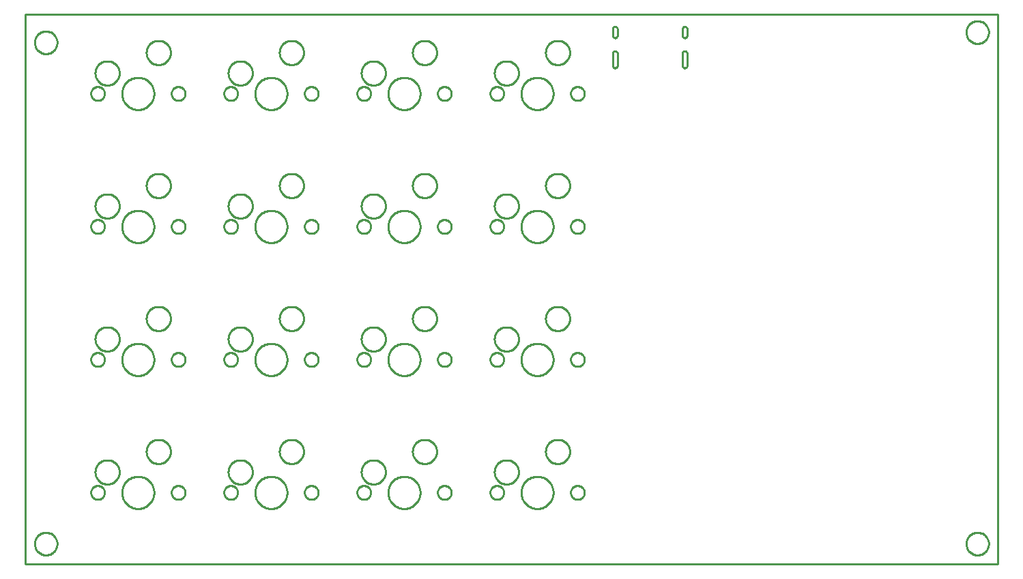
<source format=gbr>
G04 EAGLE Gerber RS-274X export*
G75*
%MOMM*%
%FSLAX34Y34*%
%LPD*%
%IN*%
%IPPOS*%
%AMOC8*
5,1,8,0,0,1.08239X$1,22.5*%
G01*
%ADD10C,0.254000*%


D10*
X0Y0D02*
X1206300Y0D01*
X1206300Y682500D01*
X0Y682500D01*
X0Y0D01*
X728450Y619100D02*
X728461Y618839D01*
X728496Y618579D01*
X728552Y618324D01*
X728631Y618074D01*
X728731Y617832D01*
X728852Y617600D01*
X728993Y617379D01*
X729152Y617172D01*
X729329Y616979D01*
X729522Y616802D01*
X729729Y616643D01*
X729950Y616502D01*
X730182Y616381D01*
X730424Y616281D01*
X730674Y616202D01*
X730929Y616146D01*
X731189Y616111D01*
X731450Y616100D01*
X731711Y616111D01*
X731971Y616146D01*
X732226Y616202D01*
X732476Y616281D01*
X732718Y616381D01*
X732950Y616502D01*
X733171Y616643D01*
X733378Y616802D01*
X733571Y616979D01*
X733748Y617172D01*
X733907Y617379D01*
X734048Y617600D01*
X734169Y617832D01*
X734269Y618074D01*
X734348Y618324D01*
X734404Y618579D01*
X734439Y618839D01*
X734450Y619100D01*
X734450Y634100D01*
X734439Y634361D01*
X734404Y634621D01*
X734348Y634876D01*
X734269Y635126D01*
X734169Y635368D01*
X734048Y635600D01*
X733907Y635821D01*
X733748Y636028D01*
X733571Y636221D01*
X733378Y636398D01*
X733171Y636557D01*
X732950Y636698D01*
X732718Y636819D01*
X732476Y636919D01*
X732226Y636998D01*
X731971Y637054D01*
X731711Y637089D01*
X731450Y637100D01*
X731189Y637089D01*
X730929Y637054D01*
X730674Y636998D01*
X730424Y636919D01*
X730182Y636819D01*
X729950Y636698D01*
X729729Y636557D01*
X729522Y636398D01*
X729329Y636221D01*
X729152Y636028D01*
X728993Y635821D01*
X728852Y635600D01*
X728731Y635368D01*
X728631Y635126D01*
X728552Y634876D01*
X728496Y634621D01*
X728461Y634361D01*
X728450Y634100D01*
X728450Y619100D01*
X814950Y619100D02*
X814961Y618839D01*
X814996Y618579D01*
X815052Y618324D01*
X815131Y618074D01*
X815231Y617832D01*
X815352Y617600D01*
X815493Y617379D01*
X815652Y617172D01*
X815829Y616979D01*
X816022Y616802D01*
X816229Y616643D01*
X816450Y616502D01*
X816682Y616381D01*
X816924Y616281D01*
X817174Y616202D01*
X817429Y616146D01*
X817689Y616111D01*
X817950Y616100D01*
X818211Y616111D01*
X818471Y616146D01*
X818726Y616202D01*
X818976Y616281D01*
X819218Y616381D01*
X819450Y616502D01*
X819671Y616643D01*
X819878Y616802D01*
X820071Y616979D01*
X820248Y617172D01*
X820407Y617379D01*
X820548Y617600D01*
X820669Y617832D01*
X820769Y618074D01*
X820848Y618324D01*
X820904Y618579D01*
X820939Y618839D01*
X820950Y619100D01*
X820950Y634100D01*
X820939Y634361D01*
X820904Y634621D01*
X820848Y634876D01*
X820769Y635126D01*
X820669Y635368D01*
X820548Y635600D01*
X820407Y635821D01*
X820248Y636028D01*
X820071Y636221D01*
X819878Y636398D01*
X819671Y636557D01*
X819450Y636698D01*
X819218Y636819D01*
X818976Y636919D01*
X818726Y636998D01*
X818471Y637054D01*
X818211Y637089D01*
X817950Y637100D01*
X817689Y637089D01*
X817429Y637054D01*
X817174Y636998D01*
X816924Y636919D01*
X816682Y636819D01*
X816450Y636698D01*
X816229Y636557D01*
X816022Y636398D01*
X815829Y636221D01*
X815652Y636028D01*
X815493Y635821D01*
X815352Y635600D01*
X815231Y635368D01*
X815131Y635126D01*
X815052Y634876D01*
X814996Y634621D01*
X814961Y634361D01*
X814950Y634100D01*
X814950Y619100D01*
X728450Y656400D02*
X728461Y656139D01*
X728496Y655879D01*
X728552Y655624D01*
X728631Y655374D01*
X728731Y655132D01*
X728852Y654900D01*
X728993Y654679D01*
X729152Y654472D01*
X729329Y654279D01*
X729522Y654102D01*
X729729Y653943D01*
X729950Y653802D01*
X730182Y653681D01*
X730424Y653581D01*
X730674Y653502D01*
X730929Y653446D01*
X731189Y653411D01*
X731450Y653400D01*
X731711Y653411D01*
X731971Y653446D01*
X732226Y653502D01*
X732476Y653581D01*
X732718Y653681D01*
X732950Y653802D01*
X733171Y653943D01*
X733378Y654102D01*
X733571Y654279D01*
X733748Y654472D01*
X733907Y654679D01*
X734048Y654900D01*
X734169Y655132D01*
X734269Y655374D01*
X734348Y655624D01*
X734404Y655879D01*
X734439Y656139D01*
X734450Y656400D01*
X734450Y664400D01*
X734439Y664661D01*
X734404Y664921D01*
X734348Y665176D01*
X734269Y665426D01*
X734169Y665668D01*
X734048Y665900D01*
X733907Y666121D01*
X733748Y666328D01*
X733571Y666521D01*
X733378Y666698D01*
X733171Y666857D01*
X732950Y666998D01*
X732718Y667119D01*
X732476Y667219D01*
X732226Y667298D01*
X731971Y667354D01*
X731711Y667389D01*
X731450Y667400D01*
X731189Y667389D01*
X730929Y667354D01*
X730674Y667298D01*
X730424Y667219D01*
X730182Y667119D01*
X729950Y666998D01*
X729729Y666857D01*
X729522Y666698D01*
X729329Y666521D01*
X729152Y666328D01*
X728993Y666121D01*
X728852Y665900D01*
X728731Y665668D01*
X728631Y665426D01*
X728552Y665176D01*
X728496Y664921D01*
X728461Y664661D01*
X728450Y664400D01*
X728450Y656400D01*
X814950Y656400D02*
X814961Y656139D01*
X814996Y655879D01*
X815052Y655624D01*
X815131Y655374D01*
X815231Y655132D01*
X815352Y654900D01*
X815493Y654679D01*
X815652Y654472D01*
X815829Y654279D01*
X816022Y654102D01*
X816229Y653943D01*
X816450Y653802D01*
X816682Y653681D01*
X816924Y653581D01*
X817174Y653502D01*
X817429Y653446D01*
X817689Y653411D01*
X817950Y653400D01*
X818211Y653411D01*
X818471Y653446D01*
X818726Y653502D01*
X818976Y653581D01*
X819218Y653681D01*
X819450Y653802D01*
X819671Y653943D01*
X819878Y654102D01*
X820071Y654279D01*
X820248Y654472D01*
X820407Y654679D01*
X820548Y654900D01*
X820669Y655132D01*
X820769Y655374D01*
X820848Y655624D01*
X820904Y655879D01*
X820939Y656139D01*
X820950Y656400D01*
X820950Y664400D01*
X820939Y664661D01*
X820904Y664921D01*
X820848Y665176D01*
X820769Y665426D01*
X820669Y665668D01*
X820548Y665900D01*
X820407Y666121D01*
X820248Y666328D01*
X820071Y666521D01*
X819878Y666698D01*
X819671Y666857D01*
X819450Y666998D01*
X819218Y667119D01*
X818976Y667219D01*
X818726Y667298D01*
X818471Y667354D01*
X818211Y667389D01*
X817950Y667400D01*
X817689Y667389D01*
X817429Y667354D01*
X817174Y667298D01*
X816924Y667219D01*
X816682Y667119D01*
X816450Y666998D01*
X816229Y666857D01*
X816022Y666698D01*
X815829Y666521D01*
X815652Y666328D01*
X815493Y666121D01*
X815352Y665900D01*
X815231Y665668D01*
X815131Y665426D01*
X815052Y665176D01*
X814996Y664921D01*
X814961Y664661D01*
X814950Y664400D01*
X814950Y656400D01*
X39400Y647200D02*
X39329Y646203D01*
X39186Y645213D01*
X38974Y644236D01*
X38692Y643276D01*
X38343Y642339D01*
X37927Y641429D01*
X37448Y640552D01*
X36907Y639710D01*
X36308Y638910D01*
X35653Y638154D01*
X34946Y637447D01*
X34190Y636792D01*
X33390Y636193D01*
X32548Y635652D01*
X31671Y635173D01*
X30761Y634757D01*
X29824Y634408D01*
X28865Y634126D01*
X27887Y633914D01*
X26898Y633771D01*
X25900Y633700D01*
X24900Y633700D01*
X23903Y633771D01*
X22913Y633914D01*
X21936Y634126D01*
X20976Y634408D01*
X20039Y634757D01*
X19129Y635173D01*
X18252Y635652D01*
X17410Y636193D01*
X16610Y636792D01*
X15854Y637447D01*
X15147Y638154D01*
X14492Y638910D01*
X13893Y639710D01*
X13352Y640552D01*
X12873Y641429D01*
X12457Y642339D01*
X12108Y643276D01*
X11826Y644236D01*
X11614Y645213D01*
X11471Y646203D01*
X11400Y647200D01*
X11400Y648200D01*
X11471Y649198D01*
X11614Y650187D01*
X11826Y651165D01*
X12108Y652124D01*
X12457Y653061D01*
X12873Y653971D01*
X13352Y654848D01*
X13893Y655690D01*
X14492Y656490D01*
X15147Y657246D01*
X15854Y657953D01*
X16610Y658608D01*
X17410Y659207D01*
X18252Y659748D01*
X19129Y660227D01*
X20039Y660643D01*
X20976Y660992D01*
X21936Y661274D01*
X22913Y661486D01*
X23903Y661629D01*
X24900Y661700D01*
X25900Y661700D01*
X26898Y661629D01*
X27887Y661486D01*
X28865Y661274D01*
X29824Y660992D01*
X30761Y660643D01*
X31671Y660227D01*
X32548Y659748D01*
X33390Y659207D01*
X34190Y658608D01*
X34946Y657953D01*
X35653Y657246D01*
X36308Y656490D01*
X36907Y655690D01*
X37448Y654848D01*
X37927Y653971D01*
X38343Y653061D01*
X38692Y652124D01*
X38974Y651165D01*
X39186Y650187D01*
X39329Y649198D01*
X39400Y648200D01*
X39400Y647200D01*
X39400Y24900D02*
X39329Y23903D01*
X39186Y22913D01*
X38974Y21936D01*
X38692Y20976D01*
X38343Y20039D01*
X37927Y19129D01*
X37448Y18252D01*
X36907Y17410D01*
X36308Y16610D01*
X35653Y15854D01*
X34946Y15147D01*
X34190Y14492D01*
X33390Y13893D01*
X32548Y13352D01*
X31671Y12873D01*
X30761Y12457D01*
X29824Y12108D01*
X28865Y11826D01*
X27887Y11614D01*
X26898Y11471D01*
X25900Y11400D01*
X24900Y11400D01*
X23903Y11471D01*
X22913Y11614D01*
X21936Y11826D01*
X20976Y12108D01*
X20039Y12457D01*
X19129Y12873D01*
X18252Y13352D01*
X17410Y13893D01*
X16610Y14492D01*
X15854Y15147D01*
X15147Y15854D01*
X14492Y16610D01*
X13893Y17410D01*
X13352Y18252D01*
X12873Y19129D01*
X12457Y20039D01*
X12108Y20976D01*
X11826Y21936D01*
X11614Y22913D01*
X11471Y23903D01*
X11400Y24900D01*
X11400Y25900D01*
X11471Y26898D01*
X11614Y27887D01*
X11826Y28865D01*
X12108Y29824D01*
X12457Y30761D01*
X12873Y31671D01*
X13352Y32548D01*
X13893Y33390D01*
X14492Y34190D01*
X15147Y34946D01*
X15854Y35653D01*
X16610Y36308D01*
X17410Y36907D01*
X18252Y37448D01*
X19129Y37927D01*
X20039Y38343D01*
X20976Y38692D01*
X21936Y38974D01*
X22913Y39186D01*
X23903Y39329D01*
X24900Y39400D01*
X25900Y39400D01*
X26898Y39329D01*
X27887Y39186D01*
X28865Y38974D01*
X29824Y38692D01*
X30761Y38343D01*
X31671Y37927D01*
X32548Y37448D01*
X33390Y36907D01*
X34190Y36308D01*
X34946Y35653D01*
X35653Y34946D01*
X36308Y34190D01*
X36907Y33390D01*
X37448Y32548D01*
X37927Y31671D01*
X38343Y30761D01*
X38692Y29824D01*
X38974Y28865D01*
X39186Y27887D01*
X39329Y26898D01*
X39400Y25900D01*
X39400Y24900D01*
X1195100Y659900D02*
X1195029Y658903D01*
X1194886Y657913D01*
X1194674Y656936D01*
X1194392Y655976D01*
X1194043Y655039D01*
X1193627Y654129D01*
X1193148Y653252D01*
X1192607Y652410D01*
X1192008Y651610D01*
X1191353Y650854D01*
X1190646Y650147D01*
X1189890Y649492D01*
X1189090Y648893D01*
X1188248Y648352D01*
X1187371Y647873D01*
X1186461Y647457D01*
X1185524Y647108D01*
X1184565Y646826D01*
X1183587Y646614D01*
X1182598Y646471D01*
X1181600Y646400D01*
X1180600Y646400D01*
X1179603Y646471D01*
X1178613Y646614D01*
X1177636Y646826D01*
X1176676Y647108D01*
X1175739Y647457D01*
X1174829Y647873D01*
X1173952Y648352D01*
X1173110Y648893D01*
X1172310Y649492D01*
X1171554Y650147D01*
X1170847Y650854D01*
X1170192Y651610D01*
X1169593Y652410D01*
X1169052Y653252D01*
X1168573Y654129D01*
X1168157Y655039D01*
X1167808Y655976D01*
X1167526Y656936D01*
X1167314Y657913D01*
X1167171Y658903D01*
X1167100Y659900D01*
X1167100Y660900D01*
X1167171Y661898D01*
X1167314Y662887D01*
X1167526Y663865D01*
X1167808Y664824D01*
X1168157Y665761D01*
X1168573Y666671D01*
X1169052Y667548D01*
X1169593Y668390D01*
X1170192Y669190D01*
X1170847Y669946D01*
X1171554Y670653D01*
X1172310Y671308D01*
X1173110Y671907D01*
X1173952Y672448D01*
X1174829Y672927D01*
X1175739Y673343D01*
X1176676Y673692D01*
X1177636Y673974D01*
X1178613Y674186D01*
X1179603Y674329D01*
X1180600Y674400D01*
X1181600Y674400D01*
X1182598Y674329D01*
X1183587Y674186D01*
X1184565Y673974D01*
X1185524Y673692D01*
X1186461Y673343D01*
X1187371Y672927D01*
X1188248Y672448D01*
X1189090Y671907D01*
X1189890Y671308D01*
X1190646Y670653D01*
X1191353Y669946D01*
X1192008Y669190D01*
X1192607Y668390D01*
X1193148Y667548D01*
X1193627Y666671D01*
X1194043Y665761D01*
X1194392Y664824D01*
X1194674Y663865D01*
X1194886Y662887D01*
X1195029Y661898D01*
X1195100Y660900D01*
X1195100Y659900D01*
X1195100Y24900D02*
X1195029Y23903D01*
X1194886Y22913D01*
X1194674Y21936D01*
X1194392Y20976D01*
X1194043Y20039D01*
X1193627Y19129D01*
X1193148Y18252D01*
X1192607Y17410D01*
X1192008Y16610D01*
X1191353Y15854D01*
X1190646Y15147D01*
X1189890Y14492D01*
X1189090Y13893D01*
X1188248Y13352D01*
X1187371Y12873D01*
X1186461Y12457D01*
X1185524Y12108D01*
X1184565Y11826D01*
X1183587Y11614D01*
X1182598Y11471D01*
X1181600Y11400D01*
X1180600Y11400D01*
X1179603Y11471D01*
X1178613Y11614D01*
X1177636Y11826D01*
X1176676Y12108D01*
X1175739Y12457D01*
X1174829Y12873D01*
X1173952Y13352D01*
X1173110Y13893D01*
X1172310Y14492D01*
X1171554Y15147D01*
X1170847Y15854D01*
X1170192Y16610D01*
X1169593Y17410D01*
X1169052Y18252D01*
X1168573Y19129D01*
X1168157Y20039D01*
X1167808Y20976D01*
X1167526Y21936D01*
X1167314Y22913D01*
X1167171Y23903D01*
X1167100Y24900D01*
X1167100Y25900D01*
X1167171Y26898D01*
X1167314Y27887D01*
X1167526Y28865D01*
X1167808Y29824D01*
X1168157Y30761D01*
X1168573Y31671D01*
X1169052Y32548D01*
X1169593Y33390D01*
X1170192Y34190D01*
X1170847Y34946D01*
X1171554Y35653D01*
X1172310Y36308D01*
X1173110Y36907D01*
X1173952Y37448D01*
X1174829Y37927D01*
X1175739Y38343D01*
X1176676Y38692D01*
X1177636Y38974D01*
X1178613Y39186D01*
X1179603Y39329D01*
X1180600Y39400D01*
X1181600Y39400D01*
X1182598Y39329D01*
X1183587Y39186D01*
X1184565Y38974D01*
X1185524Y38692D01*
X1186461Y38343D01*
X1187371Y37927D01*
X1188248Y37448D01*
X1189090Y36907D01*
X1189890Y36308D01*
X1190646Y35653D01*
X1191353Y34946D01*
X1192008Y34190D01*
X1192607Y33390D01*
X1193148Y32548D01*
X1193627Y31671D01*
X1194043Y30761D01*
X1194392Y29824D01*
X1194674Y28865D01*
X1194886Y27887D01*
X1195029Y26898D01*
X1195100Y25900D01*
X1195100Y24900D01*
X86600Y609064D02*
X86676Y607996D01*
X86829Y606935D01*
X87057Y605888D01*
X87359Y604860D01*
X87733Y603856D01*
X88178Y602881D01*
X88692Y601941D01*
X89271Y601040D01*
X89913Y600182D01*
X90615Y599372D01*
X91372Y598615D01*
X92182Y597913D01*
X93040Y597271D01*
X93941Y596692D01*
X94881Y596178D01*
X95856Y595733D01*
X96860Y595359D01*
X97888Y595057D01*
X98935Y594829D01*
X99996Y594676D01*
X101064Y594600D01*
X102136Y594600D01*
X103204Y594676D01*
X104265Y594829D01*
X105312Y595057D01*
X106340Y595359D01*
X107344Y595733D01*
X108319Y596178D01*
X109259Y596692D01*
X110160Y597271D01*
X111018Y597913D01*
X111828Y598615D01*
X112585Y599372D01*
X113287Y600182D01*
X113929Y601040D01*
X114508Y601941D01*
X115022Y602881D01*
X115467Y603856D01*
X115841Y604860D01*
X116143Y605888D01*
X116371Y606935D01*
X116524Y607996D01*
X116600Y609064D01*
X116600Y610136D01*
X116524Y611204D01*
X116371Y612265D01*
X116143Y613312D01*
X115841Y614340D01*
X115467Y615344D01*
X115022Y616319D01*
X114508Y617259D01*
X113929Y618160D01*
X113287Y619018D01*
X112585Y619828D01*
X111828Y620585D01*
X111018Y621287D01*
X110160Y621929D01*
X109259Y622508D01*
X108319Y623022D01*
X107344Y623467D01*
X106340Y623841D01*
X105312Y624143D01*
X104265Y624371D01*
X103204Y624524D01*
X102136Y624600D01*
X101064Y624600D01*
X99996Y624524D01*
X98935Y624371D01*
X97888Y624143D01*
X96860Y623841D01*
X95856Y623467D01*
X94881Y623022D01*
X93941Y622508D01*
X93040Y621929D01*
X92182Y621287D01*
X91372Y620585D01*
X90615Y619828D01*
X89913Y619018D01*
X89271Y618160D01*
X88692Y617259D01*
X88178Y616319D01*
X87733Y615344D01*
X87359Y614340D01*
X87057Y613312D01*
X86829Y612265D01*
X86676Y611204D01*
X86600Y610136D01*
X86600Y609064D01*
X150100Y634464D02*
X150176Y633396D01*
X150329Y632335D01*
X150557Y631288D01*
X150859Y630260D01*
X151233Y629256D01*
X151678Y628281D01*
X152192Y627341D01*
X152771Y626440D01*
X153413Y625582D01*
X154115Y624772D01*
X154872Y624015D01*
X155682Y623313D01*
X156540Y622671D01*
X157441Y622092D01*
X158381Y621578D01*
X159356Y621133D01*
X160360Y620759D01*
X161388Y620457D01*
X162435Y620229D01*
X163496Y620076D01*
X164564Y620000D01*
X165636Y620000D01*
X166704Y620076D01*
X167765Y620229D01*
X168812Y620457D01*
X169840Y620759D01*
X170844Y621133D01*
X171819Y621578D01*
X172759Y622092D01*
X173660Y622671D01*
X174518Y623313D01*
X175328Y624015D01*
X176085Y624772D01*
X176787Y625582D01*
X177429Y626440D01*
X178008Y627341D01*
X178522Y628281D01*
X178967Y629256D01*
X179341Y630260D01*
X179643Y631288D01*
X179871Y632335D01*
X180024Y633396D01*
X180100Y634464D01*
X180100Y635536D01*
X180024Y636604D01*
X179871Y637665D01*
X179643Y638712D01*
X179341Y639740D01*
X178967Y640744D01*
X178522Y641719D01*
X178008Y642659D01*
X177429Y643560D01*
X176787Y644418D01*
X176085Y645228D01*
X175328Y645985D01*
X174518Y646687D01*
X173660Y647329D01*
X172759Y647908D01*
X171819Y648422D01*
X170844Y648867D01*
X169840Y649241D01*
X168812Y649543D01*
X167765Y649771D01*
X166704Y649924D01*
X165636Y650000D01*
X164564Y650000D01*
X163496Y649924D01*
X162435Y649771D01*
X161388Y649543D01*
X160360Y649241D01*
X159356Y648867D01*
X158381Y648422D01*
X157441Y647908D01*
X156540Y647329D01*
X155682Y646687D01*
X154872Y645985D01*
X154115Y645228D01*
X153413Y644418D01*
X152771Y643560D01*
X152192Y642659D01*
X151678Y641719D01*
X151233Y640744D01*
X150859Y639740D01*
X150557Y638712D01*
X150329Y637665D01*
X150176Y636604D01*
X150100Y635536D01*
X150100Y634464D01*
X416800Y278864D02*
X416876Y277796D01*
X417029Y276735D01*
X417257Y275688D01*
X417559Y274660D01*
X417933Y273656D01*
X418378Y272681D01*
X418892Y271741D01*
X419471Y270840D01*
X420113Y269982D01*
X420815Y269172D01*
X421572Y268415D01*
X422382Y267713D01*
X423240Y267071D01*
X424141Y266492D01*
X425081Y265978D01*
X426056Y265533D01*
X427060Y265159D01*
X428088Y264857D01*
X429135Y264629D01*
X430196Y264476D01*
X431264Y264400D01*
X432336Y264400D01*
X433404Y264476D01*
X434465Y264629D01*
X435512Y264857D01*
X436540Y265159D01*
X437544Y265533D01*
X438519Y265978D01*
X439459Y266492D01*
X440360Y267071D01*
X441218Y267713D01*
X442028Y268415D01*
X442785Y269172D01*
X443487Y269982D01*
X444129Y270840D01*
X444708Y271741D01*
X445222Y272681D01*
X445667Y273656D01*
X446041Y274660D01*
X446343Y275688D01*
X446571Y276735D01*
X446724Y277796D01*
X446800Y278864D01*
X446800Y279936D01*
X446724Y281004D01*
X446571Y282065D01*
X446343Y283112D01*
X446041Y284140D01*
X445667Y285144D01*
X445222Y286119D01*
X444708Y287059D01*
X444129Y287960D01*
X443487Y288818D01*
X442785Y289628D01*
X442028Y290385D01*
X441218Y291087D01*
X440360Y291729D01*
X439459Y292308D01*
X438519Y292822D01*
X437544Y293267D01*
X436540Y293641D01*
X435512Y293943D01*
X434465Y294171D01*
X433404Y294324D01*
X432336Y294400D01*
X431264Y294400D01*
X430196Y294324D01*
X429135Y294171D01*
X428088Y293943D01*
X427060Y293641D01*
X426056Y293267D01*
X425081Y292822D01*
X424141Y292308D01*
X423240Y291729D01*
X422382Y291087D01*
X421572Y290385D01*
X420815Y289628D01*
X420113Y288818D01*
X419471Y287960D01*
X418892Y287059D01*
X418378Y286119D01*
X417933Y285144D01*
X417559Y284140D01*
X417257Y283112D01*
X417029Y282065D01*
X416876Y281004D01*
X416800Y279936D01*
X416800Y278864D01*
X480300Y304264D02*
X480376Y303196D01*
X480529Y302135D01*
X480757Y301088D01*
X481059Y300060D01*
X481433Y299056D01*
X481878Y298081D01*
X482392Y297141D01*
X482971Y296240D01*
X483613Y295382D01*
X484315Y294572D01*
X485072Y293815D01*
X485882Y293113D01*
X486740Y292471D01*
X487641Y291892D01*
X488581Y291378D01*
X489556Y290933D01*
X490560Y290559D01*
X491588Y290257D01*
X492635Y290029D01*
X493696Y289876D01*
X494764Y289800D01*
X495836Y289800D01*
X496904Y289876D01*
X497965Y290029D01*
X499012Y290257D01*
X500040Y290559D01*
X501044Y290933D01*
X502019Y291378D01*
X502959Y291892D01*
X503860Y292471D01*
X504718Y293113D01*
X505528Y293815D01*
X506285Y294572D01*
X506987Y295382D01*
X507629Y296240D01*
X508208Y297141D01*
X508722Y298081D01*
X509167Y299056D01*
X509541Y300060D01*
X509843Y301088D01*
X510071Y302135D01*
X510224Y303196D01*
X510300Y304264D01*
X510300Y305336D01*
X510224Y306404D01*
X510071Y307465D01*
X509843Y308512D01*
X509541Y309540D01*
X509167Y310544D01*
X508722Y311519D01*
X508208Y312459D01*
X507629Y313360D01*
X506987Y314218D01*
X506285Y315028D01*
X505528Y315785D01*
X504718Y316487D01*
X503860Y317129D01*
X502959Y317708D01*
X502019Y318222D01*
X501044Y318667D01*
X500040Y319041D01*
X499012Y319343D01*
X497965Y319571D01*
X496904Y319724D01*
X495836Y319800D01*
X494764Y319800D01*
X493696Y319724D01*
X492635Y319571D01*
X491588Y319343D01*
X490560Y319041D01*
X489556Y318667D01*
X488581Y318222D01*
X487641Y317708D01*
X486740Y317129D01*
X485882Y316487D01*
X485072Y315785D01*
X484315Y315028D01*
X483613Y314218D01*
X482971Y313360D01*
X482392Y312459D01*
X481878Y311519D01*
X481433Y310544D01*
X481059Y309540D01*
X480757Y308512D01*
X480529Y307465D01*
X480376Y306404D01*
X480300Y305336D01*
X480300Y304264D01*
X416800Y113764D02*
X416876Y112696D01*
X417029Y111635D01*
X417257Y110588D01*
X417559Y109560D01*
X417933Y108556D01*
X418378Y107581D01*
X418892Y106641D01*
X419471Y105740D01*
X420113Y104882D01*
X420815Y104072D01*
X421572Y103315D01*
X422382Y102613D01*
X423240Y101971D01*
X424141Y101392D01*
X425081Y100878D01*
X426056Y100433D01*
X427060Y100059D01*
X428088Y99757D01*
X429135Y99529D01*
X430196Y99376D01*
X431264Y99300D01*
X432336Y99300D01*
X433404Y99376D01*
X434465Y99529D01*
X435512Y99757D01*
X436540Y100059D01*
X437544Y100433D01*
X438519Y100878D01*
X439459Y101392D01*
X440360Y101971D01*
X441218Y102613D01*
X442028Y103315D01*
X442785Y104072D01*
X443487Y104882D01*
X444129Y105740D01*
X444708Y106641D01*
X445222Y107581D01*
X445667Y108556D01*
X446041Y109560D01*
X446343Y110588D01*
X446571Y111635D01*
X446724Y112696D01*
X446800Y113764D01*
X446800Y114836D01*
X446724Y115904D01*
X446571Y116965D01*
X446343Y118012D01*
X446041Y119040D01*
X445667Y120044D01*
X445222Y121019D01*
X444708Y121959D01*
X444129Y122860D01*
X443487Y123718D01*
X442785Y124528D01*
X442028Y125285D01*
X441218Y125987D01*
X440360Y126629D01*
X439459Y127208D01*
X438519Y127722D01*
X437544Y128167D01*
X436540Y128541D01*
X435512Y128843D01*
X434465Y129071D01*
X433404Y129224D01*
X432336Y129300D01*
X431264Y129300D01*
X430196Y129224D01*
X429135Y129071D01*
X428088Y128843D01*
X427060Y128541D01*
X426056Y128167D01*
X425081Y127722D01*
X424141Y127208D01*
X423240Y126629D01*
X422382Y125987D01*
X421572Y125285D01*
X420815Y124528D01*
X420113Y123718D01*
X419471Y122860D01*
X418892Y121959D01*
X418378Y121019D01*
X417933Y120044D01*
X417559Y119040D01*
X417257Y118012D01*
X417029Y116965D01*
X416876Y115904D01*
X416800Y114836D01*
X416800Y113764D01*
X480300Y139164D02*
X480376Y138096D01*
X480529Y137035D01*
X480757Y135988D01*
X481059Y134960D01*
X481433Y133956D01*
X481878Y132981D01*
X482392Y132041D01*
X482971Y131140D01*
X483613Y130282D01*
X484315Y129472D01*
X485072Y128715D01*
X485882Y128013D01*
X486740Y127371D01*
X487641Y126792D01*
X488581Y126278D01*
X489556Y125833D01*
X490560Y125459D01*
X491588Y125157D01*
X492635Y124929D01*
X493696Y124776D01*
X494764Y124700D01*
X495836Y124700D01*
X496904Y124776D01*
X497965Y124929D01*
X499012Y125157D01*
X500040Y125459D01*
X501044Y125833D01*
X502019Y126278D01*
X502959Y126792D01*
X503860Y127371D01*
X504718Y128013D01*
X505528Y128715D01*
X506285Y129472D01*
X506987Y130282D01*
X507629Y131140D01*
X508208Y132041D01*
X508722Y132981D01*
X509167Y133956D01*
X509541Y134960D01*
X509843Y135988D01*
X510071Y137035D01*
X510224Y138096D01*
X510300Y139164D01*
X510300Y140236D01*
X510224Y141304D01*
X510071Y142365D01*
X509843Y143412D01*
X509541Y144440D01*
X509167Y145444D01*
X508722Y146419D01*
X508208Y147359D01*
X507629Y148260D01*
X506987Y149118D01*
X506285Y149928D01*
X505528Y150685D01*
X504718Y151387D01*
X503860Y152029D01*
X502959Y152608D01*
X502019Y153122D01*
X501044Y153567D01*
X500040Y153941D01*
X499012Y154243D01*
X497965Y154471D01*
X496904Y154624D01*
X495836Y154700D01*
X494764Y154700D01*
X493696Y154624D01*
X492635Y154471D01*
X491588Y154243D01*
X490560Y153941D01*
X489556Y153567D01*
X488581Y153122D01*
X487641Y152608D01*
X486740Y152029D01*
X485882Y151387D01*
X485072Y150685D01*
X484315Y149928D01*
X483613Y149118D01*
X482971Y148260D01*
X482392Y147359D01*
X481878Y146419D01*
X481433Y145444D01*
X481059Y144440D01*
X480757Y143412D01*
X480529Y142365D01*
X480376Y141304D01*
X480300Y140236D01*
X480300Y139164D01*
X581900Y609064D02*
X581976Y607996D01*
X582129Y606935D01*
X582357Y605888D01*
X582659Y604860D01*
X583033Y603856D01*
X583478Y602881D01*
X583992Y601941D01*
X584571Y601040D01*
X585213Y600182D01*
X585915Y599372D01*
X586672Y598615D01*
X587482Y597913D01*
X588340Y597271D01*
X589241Y596692D01*
X590181Y596178D01*
X591156Y595733D01*
X592160Y595359D01*
X593188Y595057D01*
X594235Y594829D01*
X595296Y594676D01*
X596364Y594600D01*
X597436Y594600D01*
X598504Y594676D01*
X599565Y594829D01*
X600612Y595057D01*
X601640Y595359D01*
X602644Y595733D01*
X603619Y596178D01*
X604559Y596692D01*
X605460Y597271D01*
X606318Y597913D01*
X607128Y598615D01*
X607885Y599372D01*
X608587Y600182D01*
X609229Y601040D01*
X609808Y601941D01*
X610322Y602881D01*
X610767Y603856D01*
X611141Y604860D01*
X611443Y605888D01*
X611671Y606935D01*
X611824Y607996D01*
X611900Y609064D01*
X611900Y610136D01*
X611824Y611204D01*
X611671Y612265D01*
X611443Y613312D01*
X611141Y614340D01*
X610767Y615344D01*
X610322Y616319D01*
X609808Y617259D01*
X609229Y618160D01*
X608587Y619018D01*
X607885Y619828D01*
X607128Y620585D01*
X606318Y621287D01*
X605460Y621929D01*
X604559Y622508D01*
X603619Y623022D01*
X602644Y623467D01*
X601640Y623841D01*
X600612Y624143D01*
X599565Y624371D01*
X598504Y624524D01*
X597436Y624600D01*
X596364Y624600D01*
X595296Y624524D01*
X594235Y624371D01*
X593188Y624143D01*
X592160Y623841D01*
X591156Y623467D01*
X590181Y623022D01*
X589241Y622508D01*
X588340Y621929D01*
X587482Y621287D01*
X586672Y620585D01*
X585915Y619828D01*
X585213Y619018D01*
X584571Y618160D01*
X583992Y617259D01*
X583478Y616319D01*
X583033Y615344D01*
X582659Y614340D01*
X582357Y613312D01*
X582129Y612265D01*
X581976Y611204D01*
X581900Y610136D01*
X581900Y609064D01*
X645400Y634464D02*
X645476Y633396D01*
X645629Y632335D01*
X645857Y631288D01*
X646159Y630260D01*
X646533Y629256D01*
X646978Y628281D01*
X647492Y627341D01*
X648071Y626440D01*
X648713Y625582D01*
X649415Y624772D01*
X650172Y624015D01*
X650982Y623313D01*
X651840Y622671D01*
X652741Y622092D01*
X653681Y621578D01*
X654656Y621133D01*
X655660Y620759D01*
X656688Y620457D01*
X657735Y620229D01*
X658796Y620076D01*
X659864Y620000D01*
X660936Y620000D01*
X662004Y620076D01*
X663065Y620229D01*
X664112Y620457D01*
X665140Y620759D01*
X666144Y621133D01*
X667119Y621578D01*
X668059Y622092D01*
X668960Y622671D01*
X669818Y623313D01*
X670628Y624015D01*
X671385Y624772D01*
X672087Y625582D01*
X672729Y626440D01*
X673308Y627341D01*
X673822Y628281D01*
X674267Y629256D01*
X674641Y630260D01*
X674943Y631288D01*
X675171Y632335D01*
X675324Y633396D01*
X675400Y634464D01*
X675400Y635536D01*
X675324Y636604D01*
X675171Y637665D01*
X674943Y638712D01*
X674641Y639740D01*
X674267Y640744D01*
X673822Y641719D01*
X673308Y642659D01*
X672729Y643560D01*
X672087Y644418D01*
X671385Y645228D01*
X670628Y645985D01*
X669818Y646687D01*
X668960Y647329D01*
X668059Y647908D01*
X667119Y648422D01*
X666144Y648867D01*
X665140Y649241D01*
X664112Y649543D01*
X663065Y649771D01*
X662004Y649924D01*
X660936Y650000D01*
X659864Y650000D01*
X658796Y649924D01*
X657735Y649771D01*
X656688Y649543D01*
X655660Y649241D01*
X654656Y648867D01*
X653681Y648422D01*
X652741Y647908D01*
X651840Y647329D01*
X650982Y646687D01*
X650172Y645985D01*
X649415Y645228D01*
X648713Y644418D01*
X648071Y643560D01*
X647492Y642659D01*
X646978Y641719D01*
X646533Y640744D01*
X646159Y639740D01*
X645857Y638712D01*
X645629Y637665D01*
X645476Y636604D01*
X645400Y635536D01*
X645400Y634464D01*
X581900Y443964D02*
X581976Y442896D01*
X582129Y441835D01*
X582357Y440788D01*
X582659Y439760D01*
X583033Y438756D01*
X583478Y437781D01*
X583992Y436841D01*
X584571Y435940D01*
X585213Y435082D01*
X585915Y434272D01*
X586672Y433515D01*
X587482Y432813D01*
X588340Y432171D01*
X589241Y431592D01*
X590181Y431078D01*
X591156Y430633D01*
X592160Y430259D01*
X593188Y429957D01*
X594235Y429729D01*
X595296Y429576D01*
X596364Y429500D01*
X597436Y429500D01*
X598504Y429576D01*
X599565Y429729D01*
X600612Y429957D01*
X601640Y430259D01*
X602644Y430633D01*
X603619Y431078D01*
X604559Y431592D01*
X605460Y432171D01*
X606318Y432813D01*
X607128Y433515D01*
X607885Y434272D01*
X608587Y435082D01*
X609229Y435940D01*
X609808Y436841D01*
X610322Y437781D01*
X610767Y438756D01*
X611141Y439760D01*
X611443Y440788D01*
X611671Y441835D01*
X611824Y442896D01*
X611900Y443964D01*
X611900Y445036D01*
X611824Y446104D01*
X611671Y447165D01*
X611443Y448212D01*
X611141Y449240D01*
X610767Y450244D01*
X610322Y451219D01*
X609808Y452159D01*
X609229Y453060D01*
X608587Y453918D01*
X607885Y454728D01*
X607128Y455485D01*
X606318Y456187D01*
X605460Y456829D01*
X604559Y457408D01*
X603619Y457922D01*
X602644Y458367D01*
X601640Y458741D01*
X600612Y459043D01*
X599565Y459271D01*
X598504Y459424D01*
X597436Y459500D01*
X596364Y459500D01*
X595296Y459424D01*
X594235Y459271D01*
X593188Y459043D01*
X592160Y458741D01*
X591156Y458367D01*
X590181Y457922D01*
X589241Y457408D01*
X588340Y456829D01*
X587482Y456187D01*
X586672Y455485D01*
X585915Y454728D01*
X585213Y453918D01*
X584571Y453060D01*
X583992Y452159D01*
X583478Y451219D01*
X583033Y450244D01*
X582659Y449240D01*
X582357Y448212D01*
X582129Y447165D01*
X581976Y446104D01*
X581900Y445036D01*
X581900Y443964D01*
X645400Y469364D02*
X645476Y468296D01*
X645629Y467235D01*
X645857Y466188D01*
X646159Y465160D01*
X646533Y464156D01*
X646978Y463181D01*
X647492Y462241D01*
X648071Y461340D01*
X648713Y460482D01*
X649415Y459672D01*
X650172Y458915D01*
X650982Y458213D01*
X651840Y457571D01*
X652741Y456992D01*
X653681Y456478D01*
X654656Y456033D01*
X655660Y455659D01*
X656688Y455357D01*
X657735Y455129D01*
X658796Y454976D01*
X659864Y454900D01*
X660936Y454900D01*
X662004Y454976D01*
X663065Y455129D01*
X664112Y455357D01*
X665140Y455659D01*
X666144Y456033D01*
X667119Y456478D01*
X668059Y456992D01*
X668960Y457571D01*
X669818Y458213D01*
X670628Y458915D01*
X671385Y459672D01*
X672087Y460482D01*
X672729Y461340D01*
X673308Y462241D01*
X673822Y463181D01*
X674267Y464156D01*
X674641Y465160D01*
X674943Y466188D01*
X675171Y467235D01*
X675324Y468296D01*
X675400Y469364D01*
X675400Y470436D01*
X675324Y471504D01*
X675171Y472565D01*
X674943Y473612D01*
X674641Y474640D01*
X674267Y475644D01*
X673822Y476619D01*
X673308Y477559D01*
X672729Y478460D01*
X672087Y479318D01*
X671385Y480128D01*
X670628Y480885D01*
X669818Y481587D01*
X668960Y482229D01*
X668059Y482808D01*
X667119Y483322D01*
X666144Y483767D01*
X665140Y484141D01*
X664112Y484443D01*
X663065Y484671D01*
X662004Y484824D01*
X660936Y484900D01*
X659864Y484900D01*
X658796Y484824D01*
X657735Y484671D01*
X656688Y484443D01*
X655660Y484141D01*
X654656Y483767D01*
X653681Y483322D01*
X652741Y482808D01*
X651840Y482229D01*
X650982Y481587D01*
X650172Y480885D01*
X649415Y480128D01*
X648713Y479318D01*
X648071Y478460D01*
X647492Y477559D01*
X646978Y476619D01*
X646533Y475644D01*
X646159Y474640D01*
X645857Y473612D01*
X645629Y472565D01*
X645476Y471504D01*
X645400Y470436D01*
X645400Y469364D01*
X581900Y278864D02*
X581976Y277796D01*
X582129Y276735D01*
X582357Y275688D01*
X582659Y274660D01*
X583033Y273656D01*
X583478Y272681D01*
X583992Y271741D01*
X584571Y270840D01*
X585213Y269982D01*
X585915Y269172D01*
X586672Y268415D01*
X587482Y267713D01*
X588340Y267071D01*
X589241Y266492D01*
X590181Y265978D01*
X591156Y265533D01*
X592160Y265159D01*
X593188Y264857D01*
X594235Y264629D01*
X595296Y264476D01*
X596364Y264400D01*
X597436Y264400D01*
X598504Y264476D01*
X599565Y264629D01*
X600612Y264857D01*
X601640Y265159D01*
X602644Y265533D01*
X603619Y265978D01*
X604559Y266492D01*
X605460Y267071D01*
X606318Y267713D01*
X607128Y268415D01*
X607885Y269172D01*
X608587Y269982D01*
X609229Y270840D01*
X609808Y271741D01*
X610322Y272681D01*
X610767Y273656D01*
X611141Y274660D01*
X611443Y275688D01*
X611671Y276735D01*
X611824Y277796D01*
X611900Y278864D01*
X611900Y279936D01*
X611824Y281004D01*
X611671Y282065D01*
X611443Y283112D01*
X611141Y284140D01*
X610767Y285144D01*
X610322Y286119D01*
X609808Y287059D01*
X609229Y287960D01*
X608587Y288818D01*
X607885Y289628D01*
X607128Y290385D01*
X606318Y291087D01*
X605460Y291729D01*
X604559Y292308D01*
X603619Y292822D01*
X602644Y293267D01*
X601640Y293641D01*
X600612Y293943D01*
X599565Y294171D01*
X598504Y294324D01*
X597436Y294400D01*
X596364Y294400D01*
X595296Y294324D01*
X594235Y294171D01*
X593188Y293943D01*
X592160Y293641D01*
X591156Y293267D01*
X590181Y292822D01*
X589241Y292308D01*
X588340Y291729D01*
X587482Y291087D01*
X586672Y290385D01*
X585915Y289628D01*
X585213Y288818D01*
X584571Y287960D01*
X583992Y287059D01*
X583478Y286119D01*
X583033Y285144D01*
X582659Y284140D01*
X582357Y283112D01*
X582129Y282065D01*
X581976Y281004D01*
X581900Y279936D01*
X581900Y278864D01*
X645400Y304264D02*
X645476Y303196D01*
X645629Y302135D01*
X645857Y301088D01*
X646159Y300060D01*
X646533Y299056D01*
X646978Y298081D01*
X647492Y297141D01*
X648071Y296240D01*
X648713Y295382D01*
X649415Y294572D01*
X650172Y293815D01*
X650982Y293113D01*
X651840Y292471D01*
X652741Y291892D01*
X653681Y291378D01*
X654656Y290933D01*
X655660Y290559D01*
X656688Y290257D01*
X657735Y290029D01*
X658796Y289876D01*
X659864Y289800D01*
X660936Y289800D01*
X662004Y289876D01*
X663065Y290029D01*
X664112Y290257D01*
X665140Y290559D01*
X666144Y290933D01*
X667119Y291378D01*
X668059Y291892D01*
X668960Y292471D01*
X669818Y293113D01*
X670628Y293815D01*
X671385Y294572D01*
X672087Y295382D01*
X672729Y296240D01*
X673308Y297141D01*
X673822Y298081D01*
X674267Y299056D01*
X674641Y300060D01*
X674943Y301088D01*
X675171Y302135D01*
X675324Y303196D01*
X675400Y304264D01*
X675400Y305336D01*
X675324Y306404D01*
X675171Y307465D01*
X674943Y308512D01*
X674641Y309540D01*
X674267Y310544D01*
X673822Y311519D01*
X673308Y312459D01*
X672729Y313360D01*
X672087Y314218D01*
X671385Y315028D01*
X670628Y315785D01*
X669818Y316487D01*
X668960Y317129D01*
X668059Y317708D01*
X667119Y318222D01*
X666144Y318667D01*
X665140Y319041D01*
X664112Y319343D01*
X663065Y319571D01*
X662004Y319724D01*
X660936Y319800D01*
X659864Y319800D01*
X658796Y319724D01*
X657735Y319571D01*
X656688Y319343D01*
X655660Y319041D01*
X654656Y318667D01*
X653681Y318222D01*
X652741Y317708D01*
X651840Y317129D01*
X650982Y316487D01*
X650172Y315785D01*
X649415Y315028D01*
X648713Y314218D01*
X648071Y313360D01*
X647492Y312459D01*
X646978Y311519D01*
X646533Y310544D01*
X646159Y309540D01*
X645857Y308512D01*
X645629Y307465D01*
X645476Y306404D01*
X645400Y305336D01*
X645400Y304264D01*
X581900Y113764D02*
X581976Y112696D01*
X582129Y111635D01*
X582357Y110588D01*
X582659Y109560D01*
X583033Y108556D01*
X583478Y107581D01*
X583992Y106641D01*
X584571Y105740D01*
X585213Y104882D01*
X585915Y104072D01*
X586672Y103315D01*
X587482Y102613D01*
X588340Y101971D01*
X589241Y101392D01*
X590181Y100878D01*
X591156Y100433D01*
X592160Y100059D01*
X593188Y99757D01*
X594235Y99529D01*
X595296Y99376D01*
X596364Y99300D01*
X597436Y99300D01*
X598504Y99376D01*
X599565Y99529D01*
X600612Y99757D01*
X601640Y100059D01*
X602644Y100433D01*
X603619Y100878D01*
X604559Y101392D01*
X605460Y101971D01*
X606318Y102613D01*
X607128Y103315D01*
X607885Y104072D01*
X608587Y104882D01*
X609229Y105740D01*
X609808Y106641D01*
X610322Y107581D01*
X610767Y108556D01*
X611141Y109560D01*
X611443Y110588D01*
X611671Y111635D01*
X611824Y112696D01*
X611900Y113764D01*
X611900Y114836D01*
X611824Y115904D01*
X611671Y116965D01*
X611443Y118012D01*
X611141Y119040D01*
X610767Y120044D01*
X610322Y121019D01*
X609808Y121959D01*
X609229Y122860D01*
X608587Y123718D01*
X607885Y124528D01*
X607128Y125285D01*
X606318Y125987D01*
X605460Y126629D01*
X604559Y127208D01*
X603619Y127722D01*
X602644Y128167D01*
X601640Y128541D01*
X600612Y128843D01*
X599565Y129071D01*
X598504Y129224D01*
X597436Y129300D01*
X596364Y129300D01*
X595296Y129224D01*
X594235Y129071D01*
X593188Y128843D01*
X592160Y128541D01*
X591156Y128167D01*
X590181Y127722D01*
X589241Y127208D01*
X588340Y126629D01*
X587482Y125987D01*
X586672Y125285D01*
X585915Y124528D01*
X585213Y123718D01*
X584571Y122860D01*
X583992Y121959D01*
X583478Y121019D01*
X583033Y120044D01*
X582659Y119040D01*
X582357Y118012D01*
X582129Y116965D01*
X581976Y115904D01*
X581900Y114836D01*
X581900Y113764D01*
X645400Y139164D02*
X645476Y138096D01*
X645629Y137035D01*
X645857Y135988D01*
X646159Y134960D01*
X646533Y133956D01*
X646978Y132981D01*
X647492Y132041D01*
X648071Y131140D01*
X648713Y130282D01*
X649415Y129472D01*
X650172Y128715D01*
X650982Y128013D01*
X651840Y127371D01*
X652741Y126792D01*
X653681Y126278D01*
X654656Y125833D01*
X655660Y125459D01*
X656688Y125157D01*
X657735Y124929D01*
X658796Y124776D01*
X659864Y124700D01*
X660936Y124700D01*
X662004Y124776D01*
X663065Y124929D01*
X664112Y125157D01*
X665140Y125459D01*
X666144Y125833D01*
X667119Y126278D01*
X668059Y126792D01*
X668960Y127371D01*
X669818Y128013D01*
X670628Y128715D01*
X671385Y129472D01*
X672087Y130282D01*
X672729Y131140D01*
X673308Y132041D01*
X673822Y132981D01*
X674267Y133956D01*
X674641Y134960D01*
X674943Y135988D01*
X675171Y137035D01*
X675324Y138096D01*
X675400Y139164D01*
X675400Y140236D01*
X675324Y141304D01*
X675171Y142365D01*
X674943Y143412D01*
X674641Y144440D01*
X674267Y145444D01*
X673822Y146419D01*
X673308Y147359D01*
X672729Y148260D01*
X672087Y149118D01*
X671385Y149928D01*
X670628Y150685D01*
X669818Y151387D01*
X668960Y152029D01*
X668059Y152608D01*
X667119Y153122D01*
X666144Y153567D01*
X665140Y153941D01*
X664112Y154243D01*
X663065Y154471D01*
X662004Y154624D01*
X660936Y154700D01*
X659864Y154700D01*
X658796Y154624D01*
X657735Y154471D01*
X656688Y154243D01*
X655660Y153941D01*
X654656Y153567D01*
X653681Y153122D01*
X652741Y152608D01*
X651840Y152029D01*
X650982Y151387D01*
X650172Y150685D01*
X649415Y149928D01*
X648713Y149118D01*
X648071Y148260D01*
X647492Y147359D01*
X646978Y146419D01*
X646533Y145444D01*
X646159Y144440D01*
X645857Y143412D01*
X645629Y142365D01*
X645476Y141304D01*
X645400Y140236D01*
X645400Y139164D01*
X86600Y443964D02*
X86676Y442896D01*
X86829Y441835D01*
X87057Y440788D01*
X87359Y439760D01*
X87733Y438756D01*
X88178Y437781D01*
X88692Y436841D01*
X89271Y435940D01*
X89913Y435082D01*
X90615Y434272D01*
X91372Y433515D01*
X92182Y432813D01*
X93040Y432171D01*
X93941Y431592D01*
X94881Y431078D01*
X95856Y430633D01*
X96860Y430259D01*
X97888Y429957D01*
X98935Y429729D01*
X99996Y429576D01*
X101064Y429500D01*
X102136Y429500D01*
X103204Y429576D01*
X104265Y429729D01*
X105312Y429957D01*
X106340Y430259D01*
X107344Y430633D01*
X108319Y431078D01*
X109259Y431592D01*
X110160Y432171D01*
X111018Y432813D01*
X111828Y433515D01*
X112585Y434272D01*
X113287Y435082D01*
X113929Y435940D01*
X114508Y436841D01*
X115022Y437781D01*
X115467Y438756D01*
X115841Y439760D01*
X116143Y440788D01*
X116371Y441835D01*
X116524Y442896D01*
X116600Y443964D01*
X116600Y445036D01*
X116524Y446104D01*
X116371Y447165D01*
X116143Y448212D01*
X115841Y449240D01*
X115467Y450244D01*
X115022Y451219D01*
X114508Y452159D01*
X113929Y453060D01*
X113287Y453918D01*
X112585Y454728D01*
X111828Y455485D01*
X111018Y456187D01*
X110160Y456829D01*
X109259Y457408D01*
X108319Y457922D01*
X107344Y458367D01*
X106340Y458741D01*
X105312Y459043D01*
X104265Y459271D01*
X103204Y459424D01*
X102136Y459500D01*
X101064Y459500D01*
X99996Y459424D01*
X98935Y459271D01*
X97888Y459043D01*
X96860Y458741D01*
X95856Y458367D01*
X94881Y457922D01*
X93941Y457408D01*
X93040Y456829D01*
X92182Y456187D01*
X91372Y455485D01*
X90615Y454728D01*
X89913Y453918D01*
X89271Y453060D01*
X88692Y452159D01*
X88178Y451219D01*
X87733Y450244D01*
X87359Y449240D01*
X87057Y448212D01*
X86829Y447165D01*
X86676Y446104D01*
X86600Y445036D01*
X86600Y443964D01*
X150100Y469364D02*
X150176Y468296D01*
X150329Y467235D01*
X150557Y466188D01*
X150859Y465160D01*
X151233Y464156D01*
X151678Y463181D01*
X152192Y462241D01*
X152771Y461340D01*
X153413Y460482D01*
X154115Y459672D01*
X154872Y458915D01*
X155682Y458213D01*
X156540Y457571D01*
X157441Y456992D01*
X158381Y456478D01*
X159356Y456033D01*
X160360Y455659D01*
X161388Y455357D01*
X162435Y455129D01*
X163496Y454976D01*
X164564Y454900D01*
X165636Y454900D01*
X166704Y454976D01*
X167765Y455129D01*
X168812Y455357D01*
X169840Y455659D01*
X170844Y456033D01*
X171819Y456478D01*
X172759Y456992D01*
X173660Y457571D01*
X174518Y458213D01*
X175328Y458915D01*
X176085Y459672D01*
X176787Y460482D01*
X177429Y461340D01*
X178008Y462241D01*
X178522Y463181D01*
X178967Y464156D01*
X179341Y465160D01*
X179643Y466188D01*
X179871Y467235D01*
X180024Y468296D01*
X180100Y469364D01*
X180100Y470436D01*
X180024Y471504D01*
X179871Y472565D01*
X179643Y473612D01*
X179341Y474640D01*
X178967Y475644D01*
X178522Y476619D01*
X178008Y477559D01*
X177429Y478460D01*
X176787Y479318D01*
X176085Y480128D01*
X175328Y480885D01*
X174518Y481587D01*
X173660Y482229D01*
X172759Y482808D01*
X171819Y483322D01*
X170844Y483767D01*
X169840Y484141D01*
X168812Y484443D01*
X167765Y484671D01*
X166704Y484824D01*
X165636Y484900D01*
X164564Y484900D01*
X163496Y484824D01*
X162435Y484671D01*
X161388Y484443D01*
X160360Y484141D01*
X159356Y483767D01*
X158381Y483322D01*
X157441Y482808D01*
X156540Y482229D01*
X155682Y481587D01*
X154872Y480885D01*
X154115Y480128D01*
X153413Y479318D01*
X152771Y478460D01*
X152192Y477559D01*
X151678Y476619D01*
X151233Y475644D01*
X150859Y474640D01*
X150557Y473612D01*
X150329Y472565D01*
X150176Y471504D01*
X150100Y470436D01*
X150100Y469364D01*
X86600Y278864D02*
X86676Y277796D01*
X86829Y276735D01*
X87057Y275688D01*
X87359Y274660D01*
X87733Y273656D01*
X88178Y272681D01*
X88692Y271741D01*
X89271Y270840D01*
X89913Y269982D01*
X90615Y269172D01*
X91372Y268415D01*
X92182Y267713D01*
X93040Y267071D01*
X93941Y266492D01*
X94881Y265978D01*
X95856Y265533D01*
X96860Y265159D01*
X97888Y264857D01*
X98935Y264629D01*
X99996Y264476D01*
X101064Y264400D01*
X102136Y264400D01*
X103204Y264476D01*
X104265Y264629D01*
X105312Y264857D01*
X106340Y265159D01*
X107344Y265533D01*
X108319Y265978D01*
X109259Y266492D01*
X110160Y267071D01*
X111018Y267713D01*
X111828Y268415D01*
X112585Y269172D01*
X113287Y269982D01*
X113929Y270840D01*
X114508Y271741D01*
X115022Y272681D01*
X115467Y273656D01*
X115841Y274660D01*
X116143Y275688D01*
X116371Y276735D01*
X116524Y277796D01*
X116600Y278864D01*
X116600Y279936D01*
X116524Y281004D01*
X116371Y282065D01*
X116143Y283112D01*
X115841Y284140D01*
X115467Y285144D01*
X115022Y286119D01*
X114508Y287059D01*
X113929Y287960D01*
X113287Y288818D01*
X112585Y289628D01*
X111828Y290385D01*
X111018Y291087D01*
X110160Y291729D01*
X109259Y292308D01*
X108319Y292822D01*
X107344Y293267D01*
X106340Y293641D01*
X105312Y293943D01*
X104265Y294171D01*
X103204Y294324D01*
X102136Y294400D01*
X101064Y294400D01*
X99996Y294324D01*
X98935Y294171D01*
X97888Y293943D01*
X96860Y293641D01*
X95856Y293267D01*
X94881Y292822D01*
X93941Y292308D01*
X93040Y291729D01*
X92182Y291087D01*
X91372Y290385D01*
X90615Y289628D01*
X89913Y288818D01*
X89271Y287960D01*
X88692Y287059D01*
X88178Y286119D01*
X87733Y285144D01*
X87359Y284140D01*
X87057Y283112D01*
X86829Y282065D01*
X86676Y281004D01*
X86600Y279936D01*
X86600Y278864D01*
X150100Y304264D02*
X150176Y303196D01*
X150329Y302135D01*
X150557Y301088D01*
X150859Y300060D01*
X151233Y299056D01*
X151678Y298081D01*
X152192Y297141D01*
X152771Y296240D01*
X153413Y295382D01*
X154115Y294572D01*
X154872Y293815D01*
X155682Y293113D01*
X156540Y292471D01*
X157441Y291892D01*
X158381Y291378D01*
X159356Y290933D01*
X160360Y290559D01*
X161388Y290257D01*
X162435Y290029D01*
X163496Y289876D01*
X164564Y289800D01*
X165636Y289800D01*
X166704Y289876D01*
X167765Y290029D01*
X168812Y290257D01*
X169840Y290559D01*
X170844Y290933D01*
X171819Y291378D01*
X172759Y291892D01*
X173660Y292471D01*
X174518Y293113D01*
X175328Y293815D01*
X176085Y294572D01*
X176787Y295382D01*
X177429Y296240D01*
X178008Y297141D01*
X178522Y298081D01*
X178967Y299056D01*
X179341Y300060D01*
X179643Y301088D01*
X179871Y302135D01*
X180024Y303196D01*
X180100Y304264D01*
X180100Y305336D01*
X180024Y306404D01*
X179871Y307465D01*
X179643Y308512D01*
X179341Y309540D01*
X178967Y310544D01*
X178522Y311519D01*
X178008Y312459D01*
X177429Y313360D01*
X176787Y314218D01*
X176085Y315028D01*
X175328Y315785D01*
X174518Y316487D01*
X173660Y317129D01*
X172759Y317708D01*
X171819Y318222D01*
X170844Y318667D01*
X169840Y319041D01*
X168812Y319343D01*
X167765Y319571D01*
X166704Y319724D01*
X165636Y319800D01*
X164564Y319800D01*
X163496Y319724D01*
X162435Y319571D01*
X161388Y319343D01*
X160360Y319041D01*
X159356Y318667D01*
X158381Y318222D01*
X157441Y317708D01*
X156540Y317129D01*
X155682Y316487D01*
X154872Y315785D01*
X154115Y315028D01*
X153413Y314218D01*
X152771Y313360D01*
X152192Y312459D01*
X151678Y311519D01*
X151233Y310544D01*
X150859Y309540D01*
X150557Y308512D01*
X150329Y307465D01*
X150176Y306404D01*
X150100Y305336D01*
X150100Y304264D01*
X251700Y609064D02*
X251776Y607996D01*
X251929Y606935D01*
X252157Y605888D01*
X252459Y604860D01*
X252833Y603856D01*
X253278Y602881D01*
X253792Y601941D01*
X254371Y601040D01*
X255013Y600182D01*
X255715Y599372D01*
X256472Y598615D01*
X257282Y597913D01*
X258140Y597271D01*
X259041Y596692D01*
X259981Y596178D01*
X260956Y595733D01*
X261960Y595359D01*
X262988Y595057D01*
X264035Y594829D01*
X265096Y594676D01*
X266164Y594600D01*
X267236Y594600D01*
X268304Y594676D01*
X269365Y594829D01*
X270412Y595057D01*
X271440Y595359D01*
X272444Y595733D01*
X273419Y596178D01*
X274359Y596692D01*
X275260Y597271D01*
X276118Y597913D01*
X276928Y598615D01*
X277685Y599372D01*
X278387Y600182D01*
X279029Y601040D01*
X279608Y601941D01*
X280122Y602881D01*
X280567Y603856D01*
X280941Y604860D01*
X281243Y605888D01*
X281471Y606935D01*
X281624Y607996D01*
X281700Y609064D01*
X281700Y610136D01*
X281624Y611204D01*
X281471Y612265D01*
X281243Y613312D01*
X280941Y614340D01*
X280567Y615344D01*
X280122Y616319D01*
X279608Y617259D01*
X279029Y618160D01*
X278387Y619018D01*
X277685Y619828D01*
X276928Y620585D01*
X276118Y621287D01*
X275260Y621929D01*
X274359Y622508D01*
X273419Y623022D01*
X272444Y623467D01*
X271440Y623841D01*
X270412Y624143D01*
X269365Y624371D01*
X268304Y624524D01*
X267236Y624600D01*
X266164Y624600D01*
X265096Y624524D01*
X264035Y624371D01*
X262988Y624143D01*
X261960Y623841D01*
X260956Y623467D01*
X259981Y623022D01*
X259041Y622508D01*
X258140Y621929D01*
X257282Y621287D01*
X256472Y620585D01*
X255715Y619828D01*
X255013Y619018D01*
X254371Y618160D01*
X253792Y617259D01*
X253278Y616319D01*
X252833Y615344D01*
X252459Y614340D01*
X252157Y613312D01*
X251929Y612265D01*
X251776Y611204D01*
X251700Y610136D01*
X251700Y609064D01*
X315200Y634464D02*
X315276Y633396D01*
X315429Y632335D01*
X315657Y631288D01*
X315959Y630260D01*
X316333Y629256D01*
X316778Y628281D01*
X317292Y627341D01*
X317871Y626440D01*
X318513Y625582D01*
X319215Y624772D01*
X319972Y624015D01*
X320782Y623313D01*
X321640Y622671D01*
X322541Y622092D01*
X323481Y621578D01*
X324456Y621133D01*
X325460Y620759D01*
X326488Y620457D01*
X327535Y620229D01*
X328596Y620076D01*
X329664Y620000D01*
X330736Y620000D01*
X331804Y620076D01*
X332865Y620229D01*
X333912Y620457D01*
X334940Y620759D01*
X335944Y621133D01*
X336919Y621578D01*
X337859Y622092D01*
X338760Y622671D01*
X339618Y623313D01*
X340428Y624015D01*
X341185Y624772D01*
X341887Y625582D01*
X342529Y626440D01*
X343108Y627341D01*
X343622Y628281D01*
X344067Y629256D01*
X344441Y630260D01*
X344743Y631288D01*
X344971Y632335D01*
X345124Y633396D01*
X345200Y634464D01*
X345200Y635536D01*
X345124Y636604D01*
X344971Y637665D01*
X344743Y638712D01*
X344441Y639740D01*
X344067Y640744D01*
X343622Y641719D01*
X343108Y642659D01*
X342529Y643560D01*
X341887Y644418D01*
X341185Y645228D01*
X340428Y645985D01*
X339618Y646687D01*
X338760Y647329D01*
X337859Y647908D01*
X336919Y648422D01*
X335944Y648867D01*
X334940Y649241D01*
X333912Y649543D01*
X332865Y649771D01*
X331804Y649924D01*
X330736Y650000D01*
X329664Y650000D01*
X328596Y649924D01*
X327535Y649771D01*
X326488Y649543D01*
X325460Y649241D01*
X324456Y648867D01*
X323481Y648422D01*
X322541Y647908D01*
X321640Y647329D01*
X320782Y646687D01*
X319972Y645985D01*
X319215Y645228D01*
X318513Y644418D01*
X317871Y643560D01*
X317292Y642659D01*
X316778Y641719D01*
X316333Y640744D01*
X315959Y639740D01*
X315657Y638712D01*
X315429Y637665D01*
X315276Y636604D01*
X315200Y635536D01*
X315200Y634464D01*
X251700Y443964D02*
X251776Y442896D01*
X251929Y441835D01*
X252157Y440788D01*
X252459Y439760D01*
X252833Y438756D01*
X253278Y437781D01*
X253792Y436841D01*
X254371Y435940D01*
X255013Y435082D01*
X255715Y434272D01*
X256472Y433515D01*
X257282Y432813D01*
X258140Y432171D01*
X259041Y431592D01*
X259981Y431078D01*
X260956Y430633D01*
X261960Y430259D01*
X262988Y429957D01*
X264035Y429729D01*
X265096Y429576D01*
X266164Y429500D01*
X267236Y429500D01*
X268304Y429576D01*
X269365Y429729D01*
X270412Y429957D01*
X271440Y430259D01*
X272444Y430633D01*
X273419Y431078D01*
X274359Y431592D01*
X275260Y432171D01*
X276118Y432813D01*
X276928Y433515D01*
X277685Y434272D01*
X278387Y435082D01*
X279029Y435940D01*
X279608Y436841D01*
X280122Y437781D01*
X280567Y438756D01*
X280941Y439760D01*
X281243Y440788D01*
X281471Y441835D01*
X281624Y442896D01*
X281700Y443964D01*
X281700Y445036D01*
X281624Y446104D01*
X281471Y447165D01*
X281243Y448212D01*
X280941Y449240D01*
X280567Y450244D01*
X280122Y451219D01*
X279608Y452159D01*
X279029Y453060D01*
X278387Y453918D01*
X277685Y454728D01*
X276928Y455485D01*
X276118Y456187D01*
X275260Y456829D01*
X274359Y457408D01*
X273419Y457922D01*
X272444Y458367D01*
X271440Y458741D01*
X270412Y459043D01*
X269365Y459271D01*
X268304Y459424D01*
X267236Y459500D01*
X266164Y459500D01*
X265096Y459424D01*
X264035Y459271D01*
X262988Y459043D01*
X261960Y458741D01*
X260956Y458367D01*
X259981Y457922D01*
X259041Y457408D01*
X258140Y456829D01*
X257282Y456187D01*
X256472Y455485D01*
X255715Y454728D01*
X255013Y453918D01*
X254371Y453060D01*
X253792Y452159D01*
X253278Y451219D01*
X252833Y450244D01*
X252459Y449240D01*
X252157Y448212D01*
X251929Y447165D01*
X251776Y446104D01*
X251700Y445036D01*
X251700Y443964D01*
X315200Y469364D02*
X315276Y468296D01*
X315429Y467235D01*
X315657Y466188D01*
X315959Y465160D01*
X316333Y464156D01*
X316778Y463181D01*
X317292Y462241D01*
X317871Y461340D01*
X318513Y460482D01*
X319215Y459672D01*
X319972Y458915D01*
X320782Y458213D01*
X321640Y457571D01*
X322541Y456992D01*
X323481Y456478D01*
X324456Y456033D01*
X325460Y455659D01*
X326488Y455357D01*
X327535Y455129D01*
X328596Y454976D01*
X329664Y454900D01*
X330736Y454900D01*
X331804Y454976D01*
X332865Y455129D01*
X333912Y455357D01*
X334940Y455659D01*
X335944Y456033D01*
X336919Y456478D01*
X337859Y456992D01*
X338760Y457571D01*
X339618Y458213D01*
X340428Y458915D01*
X341185Y459672D01*
X341887Y460482D01*
X342529Y461340D01*
X343108Y462241D01*
X343622Y463181D01*
X344067Y464156D01*
X344441Y465160D01*
X344743Y466188D01*
X344971Y467235D01*
X345124Y468296D01*
X345200Y469364D01*
X345200Y470436D01*
X345124Y471504D01*
X344971Y472565D01*
X344743Y473612D01*
X344441Y474640D01*
X344067Y475644D01*
X343622Y476619D01*
X343108Y477559D01*
X342529Y478460D01*
X341887Y479318D01*
X341185Y480128D01*
X340428Y480885D01*
X339618Y481587D01*
X338760Y482229D01*
X337859Y482808D01*
X336919Y483322D01*
X335944Y483767D01*
X334940Y484141D01*
X333912Y484443D01*
X332865Y484671D01*
X331804Y484824D01*
X330736Y484900D01*
X329664Y484900D01*
X328596Y484824D01*
X327535Y484671D01*
X326488Y484443D01*
X325460Y484141D01*
X324456Y483767D01*
X323481Y483322D01*
X322541Y482808D01*
X321640Y482229D01*
X320782Y481587D01*
X319972Y480885D01*
X319215Y480128D01*
X318513Y479318D01*
X317871Y478460D01*
X317292Y477559D01*
X316778Y476619D01*
X316333Y475644D01*
X315959Y474640D01*
X315657Y473612D01*
X315429Y472565D01*
X315276Y471504D01*
X315200Y470436D01*
X315200Y469364D01*
X86600Y113764D02*
X86676Y112696D01*
X86829Y111635D01*
X87057Y110588D01*
X87359Y109560D01*
X87733Y108556D01*
X88178Y107581D01*
X88692Y106641D01*
X89271Y105740D01*
X89913Y104882D01*
X90615Y104072D01*
X91372Y103315D01*
X92182Y102613D01*
X93040Y101971D01*
X93941Y101392D01*
X94881Y100878D01*
X95856Y100433D01*
X96860Y100059D01*
X97888Y99757D01*
X98935Y99529D01*
X99996Y99376D01*
X101064Y99300D01*
X102136Y99300D01*
X103204Y99376D01*
X104265Y99529D01*
X105312Y99757D01*
X106340Y100059D01*
X107344Y100433D01*
X108319Y100878D01*
X109259Y101392D01*
X110160Y101971D01*
X111018Y102613D01*
X111828Y103315D01*
X112585Y104072D01*
X113287Y104882D01*
X113929Y105740D01*
X114508Y106641D01*
X115022Y107581D01*
X115467Y108556D01*
X115841Y109560D01*
X116143Y110588D01*
X116371Y111635D01*
X116524Y112696D01*
X116600Y113764D01*
X116600Y114836D01*
X116524Y115904D01*
X116371Y116965D01*
X116143Y118012D01*
X115841Y119040D01*
X115467Y120044D01*
X115022Y121019D01*
X114508Y121959D01*
X113929Y122860D01*
X113287Y123718D01*
X112585Y124528D01*
X111828Y125285D01*
X111018Y125987D01*
X110160Y126629D01*
X109259Y127208D01*
X108319Y127722D01*
X107344Y128167D01*
X106340Y128541D01*
X105312Y128843D01*
X104265Y129071D01*
X103204Y129224D01*
X102136Y129300D01*
X101064Y129300D01*
X99996Y129224D01*
X98935Y129071D01*
X97888Y128843D01*
X96860Y128541D01*
X95856Y128167D01*
X94881Y127722D01*
X93941Y127208D01*
X93040Y126629D01*
X92182Y125987D01*
X91372Y125285D01*
X90615Y124528D01*
X89913Y123718D01*
X89271Y122860D01*
X88692Y121959D01*
X88178Y121019D01*
X87733Y120044D01*
X87359Y119040D01*
X87057Y118012D01*
X86829Y116965D01*
X86676Y115904D01*
X86600Y114836D01*
X86600Y113764D01*
X150100Y139164D02*
X150176Y138096D01*
X150329Y137035D01*
X150557Y135988D01*
X150859Y134960D01*
X151233Y133956D01*
X151678Y132981D01*
X152192Y132041D01*
X152771Y131140D01*
X153413Y130282D01*
X154115Y129472D01*
X154872Y128715D01*
X155682Y128013D01*
X156540Y127371D01*
X157441Y126792D01*
X158381Y126278D01*
X159356Y125833D01*
X160360Y125459D01*
X161388Y125157D01*
X162435Y124929D01*
X163496Y124776D01*
X164564Y124700D01*
X165636Y124700D01*
X166704Y124776D01*
X167765Y124929D01*
X168812Y125157D01*
X169840Y125459D01*
X170844Y125833D01*
X171819Y126278D01*
X172759Y126792D01*
X173660Y127371D01*
X174518Y128013D01*
X175328Y128715D01*
X176085Y129472D01*
X176787Y130282D01*
X177429Y131140D01*
X178008Y132041D01*
X178522Y132981D01*
X178967Y133956D01*
X179341Y134960D01*
X179643Y135988D01*
X179871Y137035D01*
X180024Y138096D01*
X180100Y139164D01*
X180100Y140236D01*
X180024Y141304D01*
X179871Y142365D01*
X179643Y143412D01*
X179341Y144440D01*
X178967Y145444D01*
X178522Y146419D01*
X178008Y147359D01*
X177429Y148260D01*
X176787Y149118D01*
X176085Y149928D01*
X175328Y150685D01*
X174518Y151387D01*
X173660Y152029D01*
X172759Y152608D01*
X171819Y153122D01*
X170844Y153567D01*
X169840Y153941D01*
X168812Y154243D01*
X167765Y154471D01*
X166704Y154624D01*
X165636Y154700D01*
X164564Y154700D01*
X163496Y154624D01*
X162435Y154471D01*
X161388Y154243D01*
X160360Y153941D01*
X159356Y153567D01*
X158381Y153122D01*
X157441Y152608D01*
X156540Y152029D01*
X155682Y151387D01*
X154872Y150685D01*
X154115Y149928D01*
X153413Y149118D01*
X152771Y148260D01*
X152192Y147359D01*
X151678Y146419D01*
X151233Y145444D01*
X150859Y144440D01*
X150557Y143412D01*
X150329Y142365D01*
X150176Y141304D01*
X150100Y140236D01*
X150100Y139164D01*
X251700Y278864D02*
X251776Y277796D01*
X251929Y276735D01*
X252157Y275688D01*
X252459Y274660D01*
X252833Y273656D01*
X253278Y272681D01*
X253792Y271741D01*
X254371Y270840D01*
X255013Y269982D01*
X255715Y269172D01*
X256472Y268415D01*
X257282Y267713D01*
X258140Y267071D01*
X259041Y266492D01*
X259981Y265978D01*
X260956Y265533D01*
X261960Y265159D01*
X262988Y264857D01*
X264035Y264629D01*
X265096Y264476D01*
X266164Y264400D01*
X267236Y264400D01*
X268304Y264476D01*
X269365Y264629D01*
X270412Y264857D01*
X271440Y265159D01*
X272444Y265533D01*
X273419Y265978D01*
X274359Y266492D01*
X275260Y267071D01*
X276118Y267713D01*
X276928Y268415D01*
X277685Y269172D01*
X278387Y269982D01*
X279029Y270840D01*
X279608Y271741D01*
X280122Y272681D01*
X280567Y273656D01*
X280941Y274660D01*
X281243Y275688D01*
X281471Y276735D01*
X281624Y277796D01*
X281700Y278864D01*
X281700Y279936D01*
X281624Y281004D01*
X281471Y282065D01*
X281243Y283112D01*
X280941Y284140D01*
X280567Y285144D01*
X280122Y286119D01*
X279608Y287059D01*
X279029Y287960D01*
X278387Y288818D01*
X277685Y289628D01*
X276928Y290385D01*
X276118Y291087D01*
X275260Y291729D01*
X274359Y292308D01*
X273419Y292822D01*
X272444Y293267D01*
X271440Y293641D01*
X270412Y293943D01*
X269365Y294171D01*
X268304Y294324D01*
X267236Y294400D01*
X266164Y294400D01*
X265096Y294324D01*
X264035Y294171D01*
X262988Y293943D01*
X261960Y293641D01*
X260956Y293267D01*
X259981Y292822D01*
X259041Y292308D01*
X258140Y291729D01*
X257282Y291087D01*
X256472Y290385D01*
X255715Y289628D01*
X255013Y288818D01*
X254371Y287960D01*
X253792Y287059D01*
X253278Y286119D01*
X252833Y285144D01*
X252459Y284140D01*
X252157Y283112D01*
X251929Y282065D01*
X251776Y281004D01*
X251700Y279936D01*
X251700Y278864D01*
X315200Y304264D02*
X315276Y303196D01*
X315429Y302135D01*
X315657Y301088D01*
X315959Y300060D01*
X316333Y299056D01*
X316778Y298081D01*
X317292Y297141D01*
X317871Y296240D01*
X318513Y295382D01*
X319215Y294572D01*
X319972Y293815D01*
X320782Y293113D01*
X321640Y292471D01*
X322541Y291892D01*
X323481Y291378D01*
X324456Y290933D01*
X325460Y290559D01*
X326488Y290257D01*
X327535Y290029D01*
X328596Y289876D01*
X329664Y289800D01*
X330736Y289800D01*
X331804Y289876D01*
X332865Y290029D01*
X333912Y290257D01*
X334940Y290559D01*
X335944Y290933D01*
X336919Y291378D01*
X337859Y291892D01*
X338760Y292471D01*
X339618Y293113D01*
X340428Y293815D01*
X341185Y294572D01*
X341887Y295382D01*
X342529Y296240D01*
X343108Y297141D01*
X343622Y298081D01*
X344067Y299056D01*
X344441Y300060D01*
X344743Y301088D01*
X344971Y302135D01*
X345124Y303196D01*
X345200Y304264D01*
X345200Y305336D01*
X345124Y306404D01*
X344971Y307465D01*
X344743Y308512D01*
X344441Y309540D01*
X344067Y310544D01*
X343622Y311519D01*
X343108Y312459D01*
X342529Y313360D01*
X341887Y314218D01*
X341185Y315028D01*
X340428Y315785D01*
X339618Y316487D01*
X338760Y317129D01*
X337859Y317708D01*
X336919Y318222D01*
X335944Y318667D01*
X334940Y319041D01*
X333912Y319343D01*
X332865Y319571D01*
X331804Y319724D01*
X330736Y319800D01*
X329664Y319800D01*
X328596Y319724D01*
X327535Y319571D01*
X326488Y319343D01*
X325460Y319041D01*
X324456Y318667D01*
X323481Y318222D01*
X322541Y317708D01*
X321640Y317129D01*
X320782Y316487D01*
X319972Y315785D01*
X319215Y315028D01*
X318513Y314218D01*
X317871Y313360D01*
X317292Y312459D01*
X316778Y311519D01*
X316333Y310544D01*
X315959Y309540D01*
X315657Y308512D01*
X315429Y307465D01*
X315276Y306404D01*
X315200Y305336D01*
X315200Y304264D01*
X251700Y113764D02*
X251776Y112696D01*
X251929Y111635D01*
X252157Y110588D01*
X252459Y109560D01*
X252833Y108556D01*
X253278Y107581D01*
X253792Y106641D01*
X254371Y105740D01*
X255013Y104882D01*
X255715Y104072D01*
X256472Y103315D01*
X257282Y102613D01*
X258140Y101971D01*
X259041Y101392D01*
X259981Y100878D01*
X260956Y100433D01*
X261960Y100059D01*
X262988Y99757D01*
X264035Y99529D01*
X265096Y99376D01*
X266164Y99300D01*
X267236Y99300D01*
X268304Y99376D01*
X269365Y99529D01*
X270412Y99757D01*
X271440Y100059D01*
X272444Y100433D01*
X273419Y100878D01*
X274359Y101392D01*
X275260Y101971D01*
X276118Y102613D01*
X276928Y103315D01*
X277685Y104072D01*
X278387Y104882D01*
X279029Y105740D01*
X279608Y106641D01*
X280122Y107581D01*
X280567Y108556D01*
X280941Y109560D01*
X281243Y110588D01*
X281471Y111635D01*
X281624Y112696D01*
X281700Y113764D01*
X281700Y114836D01*
X281624Y115904D01*
X281471Y116965D01*
X281243Y118012D01*
X280941Y119040D01*
X280567Y120044D01*
X280122Y121019D01*
X279608Y121959D01*
X279029Y122860D01*
X278387Y123718D01*
X277685Y124528D01*
X276928Y125285D01*
X276118Y125987D01*
X275260Y126629D01*
X274359Y127208D01*
X273419Y127722D01*
X272444Y128167D01*
X271440Y128541D01*
X270412Y128843D01*
X269365Y129071D01*
X268304Y129224D01*
X267236Y129300D01*
X266164Y129300D01*
X265096Y129224D01*
X264035Y129071D01*
X262988Y128843D01*
X261960Y128541D01*
X260956Y128167D01*
X259981Y127722D01*
X259041Y127208D01*
X258140Y126629D01*
X257282Y125987D01*
X256472Y125285D01*
X255715Y124528D01*
X255013Y123718D01*
X254371Y122860D01*
X253792Y121959D01*
X253278Y121019D01*
X252833Y120044D01*
X252459Y119040D01*
X252157Y118012D01*
X251929Y116965D01*
X251776Y115904D01*
X251700Y114836D01*
X251700Y113764D01*
X315200Y139164D02*
X315276Y138096D01*
X315429Y137035D01*
X315657Y135988D01*
X315959Y134960D01*
X316333Y133956D01*
X316778Y132981D01*
X317292Y132041D01*
X317871Y131140D01*
X318513Y130282D01*
X319215Y129472D01*
X319972Y128715D01*
X320782Y128013D01*
X321640Y127371D01*
X322541Y126792D01*
X323481Y126278D01*
X324456Y125833D01*
X325460Y125459D01*
X326488Y125157D01*
X327535Y124929D01*
X328596Y124776D01*
X329664Y124700D01*
X330736Y124700D01*
X331804Y124776D01*
X332865Y124929D01*
X333912Y125157D01*
X334940Y125459D01*
X335944Y125833D01*
X336919Y126278D01*
X337859Y126792D01*
X338760Y127371D01*
X339618Y128013D01*
X340428Y128715D01*
X341185Y129472D01*
X341887Y130282D01*
X342529Y131140D01*
X343108Y132041D01*
X343622Y132981D01*
X344067Y133956D01*
X344441Y134960D01*
X344743Y135988D01*
X344971Y137035D01*
X345124Y138096D01*
X345200Y139164D01*
X345200Y140236D01*
X345124Y141304D01*
X344971Y142365D01*
X344743Y143412D01*
X344441Y144440D01*
X344067Y145444D01*
X343622Y146419D01*
X343108Y147359D01*
X342529Y148260D01*
X341887Y149118D01*
X341185Y149928D01*
X340428Y150685D01*
X339618Y151387D01*
X338760Y152029D01*
X337859Y152608D01*
X336919Y153122D01*
X335944Y153567D01*
X334940Y153941D01*
X333912Y154243D01*
X332865Y154471D01*
X331804Y154624D01*
X330736Y154700D01*
X329664Y154700D01*
X328596Y154624D01*
X327535Y154471D01*
X326488Y154243D01*
X325460Y153941D01*
X324456Y153567D01*
X323481Y153122D01*
X322541Y152608D01*
X321640Y152029D01*
X320782Y151387D01*
X319972Y150685D01*
X319215Y149928D01*
X318513Y149118D01*
X317871Y148260D01*
X317292Y147359D01*
X316778Y146419D01*
X316333Y145444D01*
X315959Y144440D01*
X315657Y143412D01*
X315429Y142365D01*
X315276Y141304D01*
X315200Y140236D01*
X315200Y139164D01*
X416800Y609064D02*
X416876Y607996D01*
X417029Y606935D01*
X417257Y605888D01*
X417559Y604860D01*
X417933Y603856D01*
X418378Y602881D01*
X418892Y601941D01*
X419471Y601040D01*
X420113Y600182D01*
X420815Y599372D01*
X421572Y598615D01*
X422382Y597913D01*
X423240Y597271D01*
X424141Y596692D01*
X425081Y596178D01*
X426056Y595733D01*
X427060Y595359D01*
X428088Y595057D01*
X429135Y594829D01*
X430196Y594676D01*
X431264Y594600D01*
X432336Y594600D01*
X433404Y594676D01*
X434465Y594829D01*
X435512Y595057D01*
X436540Y595359D01*
X437544Y595733D01*
X438519Y596178D01*
X439459Y596692D01*
X440360Y597271D01*
X441218Y597913D01*
X442028Y598615D01*
X442785Y599372D01*
X443487Y600182D01*
X444129Y601040D01*
X444708Y601941D01*
X445222Y602881D01*
X445667Y603856D01*
X446041Y604860D01*
X446343Y605888D01*
X446571Y606935D01*
X446724Y607996D01*
X446800Y609064D01*
X446800Y610136D01*
X446724Y611204D01*
X446571Y612265D01*
X446343Y613312D01*
X446041Y614340D01*
X445667Y615344D01*
X445222Y616319D01*
X444708Y617259D01*
X444129Y618160D01*
X443487Y619018D01*
X442785Y619828D01*
X442028Y620585D01*
X441218Y621287D01*
X440360Y621929D01*
X439459Y622508D01*
X438519Y623022D01*
X437544Y623467D01*
X436540Y623841D01*
X435512Y624143D01*
X434465Y624371D01*
X433404Y624524D01*
X432336Y624600D01*
X431264Y624600D01*
X430196Y624524D01*
X429135Y624371D01*
X428088Y624143D01*
X427060Y623841D01*
X426056Y623467D01*
X425081Y623022D01*
X424141Y622508D01*
X423240Y621929D01*
X422382Y621287D01*
X421572Y620585D01*
X420815Y619828D01*
X420113Y619018D01*
X419471Y618160D01*
X418892Y617259D01*
X418378Y616319D01*
X417933Y615344D01*
X417559Y614340D01*
X417257Y613312D01*
X417029Y612265D01*
X416876Y611204D01*
X416800Y610136D01*
X416800Y609064D01*
X480300Y634464D02*
X480376Y633396D01*
X480529Y632335D01*
X480757Y631288D01*
X481059Y630260D01*
X481433Y629256D01*
X481878Y628281D01*
X482392Y627341D01*
X482971Y626440D01*
X483613Y625582D01*
X484315Y624772D01*
X485072Y624015D01*
X485882Y623313D01*
X486740Y622671D01*
X487641Y622092D01*
X488581Y621578D01*
X489556Y621133D01*
X490560Y620759D01*
X491588Y620457D01*
X492635Y620229D01*
X493696Y620076D01*
X494764Y620000D01*
X495836Y620000D01*
X496904Y620076D01*
X497965Y620229D01*
X499012Y620457D01*
X500040Y620759D01*
X501044Y621133D01*
X502019Y621578D01*
X502959Y622092D01*
X503860Y622671D01*
X504718Y623313D01*
X505528Y624015D01*
X506285Y624772D01*
X506987Y625582D01*
X507629Y626440D01*
X508208Y627341D01*
X508722Y628281D01*
X509167Y629256D01*
X509541Y630260D01*
X509843Y631288D01*
X510071Y632335D01*
X510224Y633396D01*
X510300Y634464D01*
X510300Y635536D01*
X510224Y636604D01*
X510071Y637665D01*
X509843Y638712D01*
X509541Y639740D01*
X509167Y640744D01*
X508722Y641719D01*
X508208Y642659D01*
X507629Y643560D01*
X506987Y644418D01*
X506285Y645228D01*
X505528Y645985D01*
X504718Y646687D01*
X503860Y647329D01*
X502959Y647908D01*
X502019Y648422D01*
X501044Y648867D01*
X500040Y649241D01*
X499012Y649543D01*
X497965Y649771D01*
X496904Y649924D01*
X495836Y650000D01*
X494764Y650000D01*
X493696Y649924D01*
X492635Y649771D01*
X491588Y649543D01*
X490560Y649241D01*
X489556Y648867D01*
X488581Y648422D01*
X487641Y647908D01*
X486740Y647329D01*
X485882Y646687D01*
X485072Y645985D01*
X484315Y645228D01*
X483613Y644418D01*
X482971Y643560D01*
X482392Y642659D01*
X481878Y641719D01*
X481433Y640744D01*
X481059Y639740D01*
X480757Y638712D01*
X480529Y637665D01*
X480376Y636604D01*
X480300Y635536D01*
X480300Y634464D01*
X416800Y443964D02*
X416876Y442896D01*
X417029Y441835D01*
X417257Y440788D01*
X417559Y439760D01*
X417933Y438756D01*
X418378Y437781D01*
X418892Y436841D01*
X419471Y435940D01*
X420113Y435082D01*
X420815Y434272D01*
X421572Y433515D01*
X422382Y432813D01*
X423240Y432171D01*
X424141Y431592D01*
X425081Y431078D01*
X426056Y430633D01*
X427060Y430259D01*
X428088Y429957D01*
X429135Y429729D01*
X430196Y429576D01*
X431264Y429500D01*
X432336Y429500D01*
X433404Y429576D01*
X434465Y429729D01*
X435512Y429957D01*
X436540Y430259D01*
X437544Y430633D01*
X438519Y431078D01*
X439459Y431592D01*
X440360Y432171D01*
X441218Y432813D01*
X442028Y433515D01*
X442785Y434272D01*
X443487Y435082D01*
X444129Y435940D01*
X444708Y436841D01*
X445222Y437781D01*
X445667Y438756D01*
X446041Y439760D01*
X446343Y440788D01*
X446571Y441835D01*
X446724Y442896D01*
X446800Y443964D01*
X446800Y445036D01*
X446724Y446104D01*
X446571Y447165D01*
X446343Y448212D01*
X446041Y449240D01*
X445667Y450244D01*
X445222Y451219D01*
X444708Y452159D01*
X444129Y453060D01*
X443487Y453918D01*
X442785Y454728D01*
X442028Y455485D01*
X441218Y456187D01*
X440360Y456829D01*
X439459Y457408D01*
X438519Y457922D01*
X437544Y458367D01*
X436540Y458741D01*
X435512Y459043D01*
X434465Y459271D01*
X433404Y459424D01*
X432336Y459500D01*
X431264Y459500D01*
X430196Y459424D01*
X429135Y459271D01*
X428088Y459043D01*
X427060Y458741D01*
X426056Y458367D01*
X425081Y457922D01*
X424141Y457408D01*
X423240Y456829D01*
X422382Y456187D01*
X421572Y455485D01*
X420815Y454728D01*
X420113Y453918D01*
X419471Y453060D01*
X418892Y452159D01*
X418378Y451219D01*
X417933Y450244D01*
X417559Y449240D01*
X417257Y448212D01*
X417029Y447165D01*
X416876Y446104D01*
X416800Y445036D01*
X416800Y443964D01*
X480300Y469364D02*
X480376Y468296D01*
X480529Y467235D01*
X480757Y466188D01*
X481059Y465160D01*
X481433Y464156D01*
X481878Y463181D01*
X482392Y462241D01*
X482971Y461340D01*
X483613Y460482D01*
X484315Y459672D01*
X485072Y458915D01*
X485882Y458213D01*
X486740Y457571D01*
X487641Y456992D01*
X488581Y456478D01*
X489556Y456033D01*
X490560Y455659D01*
X491588Y455357D01*
X492635Y455129D01*
X493696Y454976D01*
X494764Y454900D01*
X495836Y454900D01*
X496904Y454976D01*
X497965Y455129D01*
X499012Y455357D01*
X500040Y455659D01*
X501044Y456033D01*
X502019Y456478D01*
X502959Y456992D01*
X503860Y457571D01*
X504718Y458213D01*
X505528Y458915D01*
X506285Y459672D01*
X506987Y460482D01*
X507629Y461340D01*
X508208Y462241D01*
X508722Y463181D01*
X509167Y464156D01*
X509541Y465160D01*
X509843Y466188D01*
X510071Y467235D01*
X510224Y468296D01*
X510300Y469364D01*
X510300Y470436D01*
X510224Y471504D01*
X510071Y472565D01*
X509843Y473612D01*
X509541Y474640D01*
X509167Y475644D01*
X508722Y476619D01*
X508208Y477559D01*
X507629Y478460D01*
X506987Y479318D01*
X506285Y480128D01*
X505528Y480885D01*
X504718Y481587D01*
X503860Y482229D01*
X502959Y482808D01*
X502019Y483322D01*
X501044Y483767D01*
X500040Y484141D01*
X499012Y484443D01*
X497965Y484671D01*
X496904Y484824D01*
X495836Y484900D01*
X494764Y484900D01*
X493696Y484824D01*
X492635Y484671D01*
X491588Y484443D01*
X490560Y484141D01*
X489556Y483767D01*
X488581Y483322D01*
X487641Y482808D01*
X486740Y482229D01*
X485882Y481587D01*
X485072Y480885D01*
X484315Y480128D01*
X483613Y479318D01*
X482971Y478460D01*
X482392Y477559D01*
X481878Y476619D01*
X481433Y475644D01*
X481059Y474640D01*
X480757Y473612D01*
X480529Y472565D01*
X480376Y471504D01*
X480300Y470436D01*
X480300Y469364D01*
X159639Y583598D02*
X159566Y582395D01*
X159421Y581199D01*
X159204Y580013D01*
X158915Y578843D01*
X158557Y577693D01*
X158130Y576566D01*
X157635Y575467D01*
X157075Y574400D01*
X156452Y573369D01*
X155767Y572378D01*
X155024Y571429D01*
X154225Y570527D01*
X153373Y569675D01*
X152471Y568876D01*
X151523Y568133D01*
X150531Y567448D01*
X149500Y566825D01*
X148433Y566265D01*
X147334Y565770D01*
X146207Y565343D01*
X145057Y564985D01*
X143887Y564696D01*
X142701Y564479D01*
X141505Y564334D01*
X140303Y564261D01*
X139098Y564261D01*
X137895Y564334D01*
X136699Y564479D01*
X135513Y564696D01*
X134343Y564985D01*
X133193Y565343D01*
X132066Y565770D01*
X130967Y566265D01*
X129900Y566825D01*
X128869Y567448D01*
X127878Y568133D01*
X126929Y568876D01*
X126027Y569675D01*
X125175Y570527D01*
X124376Y571429D01*
X123633Y572378D01*
X122948Y573369D01*
X122325Y574400D01*
X121765Y575467D01*
X121270Y576566D01*
X120843Y577693D01*
X120485Y578843D01*
X120196Y580013D01*
X119979Y581199D01*
X119834Y582395D01*
X119761Y583598D01*
X119761Y584803D01*
X119834Y586005D01*
X119979Y587201D01*
X120196Y588387D01*
X120485Y589557D01*
X120843Y590707D01*
X121270Y591834D01*
X121765Y592933D01*
X122325Y594000D01*
X122948Y595031D01*
X123633Y596023D01*
X124376Y596971D01*
X125175Y597873D01*
X126027Y598725D01*
X126929Y599524D01*
X127878Y600267D01*
X128869Y600952D01*
X129900Y601575D01*
X130967Y602135D01*
X132066Y602630D01*
X133193Y603057D01*
X134343Y603415D01*
X135513Y603704D01*
X136699Y603921D01*
X137895Y604066D01*
X139098Y604139D01*
X140303Y604139D01*
X141505Y604066D01*
X142701Y603921D01*
X143887Y603704D01*
X145057Y603415D01*
X146207Y603057D01*
X147334Y602630D01*
X148433Y602135D01*
X149500Y601575D01*
X150531Y600952D01*
X151523Y600267D01*
X152471Y599524D01*
X153373Y598725D01*
X154225Y597873D01*
X155024Y596971D01*
X155767Y596023D01*
X156452Y595031D01*
X157075Y594000D01*
X157635Y592933D01*
X158130Y591834D01*
X158557Y590707D01*
X158915Y589557D01*
X159204Y588387D01*
X159421Y587201D01*
X159566Y586005D01*
X159639Y584803D01*
X159639Y583598D01*
X198200Y583829D02*
X198135Y583089D01*
X198006Y582359D01*
X197814Y581642D01*
X197560Y580944D01*
X197247Y580271D01*
X196876Y579629D01*
X196450Y579021D01*
X195973Y578452D01*
X195448Y577927D01*
X194879Y577450D01*
X194271Y577024D01*
X193629Y576653D01*
X192956Y576340D01*
X192258Y576086D01*
X191542Y575894D01*
X190811Y575765D01*
X190071Y575700D01*
X189329Y575700D01*
X188589Y575765D01*
X187859Y575894D01*
X187142Y576086D01*
X186444Y576340D01*
X185771Y576653D01*
X185129Y577024D01*
X184521Y577450D01*
X183952Y577927D01*
X183427Y578452D01*
X182950Y579021D01*
X182524Y579629D01*
X182153Y580271D01*
X181840Y580944D01*
X181586Y581642D01*
X181394Y582359D01*
X181265Y583089D01*
X181200Y583829D01*
X181200Y584571D01*
X181265Y585311D01*
X181394Y586042D01*
X181586Y586758D01*
X181840Y587456D01*
X182153Y588129D01*
X182524Y588771D01*
X182950Y589379D01*
X183427Y589948D01*
X183952Y590473D01*
X184521Y590950D01*
X185129Y591376D01*
X185771Y591747D01*
X186444Y592060D01*
X187142Y592314D01*
X187859Y592506D01*
X188589Y592635D01*
X189329Y592700D01*
X190071Y592700D01*
X190811Y592635D01*
X191542Y592506D01*
X192258Y592314D01*
X192956Y592060D01*
X193629Y591747D01*
X194271Y591376D01*
X194879Y590950D01*
X195448Y590473D01*
X195973Y589948D01*
X196450Y589379D01*
X196876Y588771D01*
X197247Y588129D01*
X197560Y587456D01*
X197814Y586758D01*
X198006Y586042D01*
X198135Y585311D01*
X198200Y584571D01*
X198200Y583829D01*
X98200Y583829D02*
X98135Y583089D01*
X98006Y582359D01*
X97814Y581642D01*
X97560Y580944D01*
X97247Y580271D01*
X96876Y579629D01*
X96450Y579021D01*
X95973Y578452D01*
X95448Y577927D01*
X94879Y577450D01*
X94271Y577024D01*
X93629Y576653D01*
X92956Y576340D01*
X92258Y576086D01*
X91542Y575894D01*
X90811Y575765D01*
X90071Y575700D01*
X89329Y575700D01*
X88589Y575765D01*
X87859Y575894D01*
X87142Y576086D01*
X86444Y576340D01*
X85771Y576653D01*
X85129Y577024D01*
X84521Y577450D01*
X83952Y577927D01*
X83427Y578452D01*
X82950Y579021D01*
X82524Y579629D01*
X82153Y580271D01*
X81840Y580944D01*
X81586Y581642D01*
X81394Y582359D01*
X81265Y583089D01*
X81200Y583829D01*
X81200Y584571D01*
X81265Y585311D01*
X81394Y586042D01*
X81586Y586758D01*
X81840Y587456D01*
X82153Y588129D01*
X82524Y588771D01*
X82950Y589379D01*
X83427Y589948D01*
X83952Y590473D01*
X84521Y590950D01*
X85129Y591376D01*
X85771Y591747D01*
X86444Y592060D01*
X87142Y592314D01*
X87859Y592506D01*
X88589Y592635D01*
X89329Y592700D01*
X90071Y592700D01*
X90811Y592635D01*
X91542Y592506D01*
X92258Y592314D01*
X92956Y592060D01*
X93629Y591747D01*
X94271Y591376D01*
X94879Y590950D01*
X95448Y590473D01*
X95973Y589948D01*
X96450Y589379D01*
X96876Y588771D01*
X97247Y588129D01*
X97560Y587456D01*
X97814Y586758D01*
X98006Y586042D01*
X98135Y585311D01*
X98200Y584571D01*
X98200Y583829D01*
X159639Y418498D02*
X159566Y417295D01*
X159421Y416099D01*
X159204Y414913D01*
X158915Y413743D01*
X158557Y412593D01*
X158130Y411466D01*
X157635Y410367D01*
X157075Y409300D01*
X156452Y408269D01*
X155767Y407278D01*
X155024Y406329D01*
X154225Y405427D01*
X153373Y404575D01*
X152471Y403776D01*
X151523Y403033D01*
X150531Y402348D01*
X149500Y401725D01*
X148433Y401165D01*
X147334Y400670D01*
X146207Y400243D01*
X145057Y399885D01*
X143887Y399596D01*
X142701Y399379D01*
X141505Y399234D01*
X140303Y399161D01*
X139098Y399161D01*
X137895Y399234D01*
X136699Y399379D01*
X135513Y399596D01*
X134343Y399885D01*
X133193Y400243D01*
X132066Y400670D01*
X130967Y401165D01*
X129900Y401725D01*
X128869Y402348D01*
X127878Y403033D01*
X126929Y403776D01*
X126027Y404575D01*
X125175Y405427D01*
X124376Y406329D01*
X123633Y407278D01*
X122948Y408269D01*
X122325Y409300D01*
X121765Y410367D01*
X121270Y411466D01*
X120843Y412593D01*
X120485Y413743D01*
X120196Y414913D01*
X119979Y416099D01*
X119834Y417295D01*
X119761Y418498D01*
X119761Y419703D01*
X119834Y420905D01*
X119979Y422101D01*
X120196Y423287D01*
X120485Y424457D01*
X120843Y425607D01*
X121270Y426734D01*
X121765Y427833D01*
X122325Y428900D01*
X122948Y429931D01*
X123633Y430923D01*
X124376Y431871D01*
X125175Y432773D01*
X126027Y433625D01*
X126929Y434424D01*
X127878Y435167D01*
X128869Y435852D01*
X129900Y436475D01*
X130967Y437035D01*
X132066Y437530D01*
X133193Y437957D01*
X134343Y438315D01*
X135513Y438604D01*
X136699Y438821D01*
X137895Y438966D01*
X139098Y439039D01*
X140303Y439039D01*
X141505Y438966D01*
X142701Y438821D01*
X143887Y438604D01*
X145057Y438315D01*
X146207Y437957D01*
X147334Y437530D01*
X148433Y437035D01*
X149500Y436475D01*
X150531Y435852D01*
X151523Y435167D01*
X152471Y434424D01*
X153373Y433625D01*
X154225Y432773D01*
X155024Y431871D01*
X155767Y430923D01*
X156452Y429931D01*
X157075Y428900D01*
X157635Y427833D01*
X158130Y426734D01*
X158557Y425607D01*
X158915Y424457D01*
X159204Y423287D01*
X159421Y422101D01*
X159566Y420905D01*
X159639Y419703D01*
X159639Y418498D01*
X198200Y418729D02*
X198135Y417989D01*
X198006Y417259D01*
X197814Y416542D01*
X197560Y415844D01*
X197247Y415171D01*
X196876Y414529D01*
X196450Y413921D01*
X195973Y413352D01*
X195448Y412827D01*
X194879Y412350D01*
X194271Y411924D01*
X193629Y411553D01*
X192956Y411240D01*
X192258Y410986D01*
X191542Y410794D01*
X190811Y410665D01*
X190071Y410600D01*
X189329Y410600D01*
X188589Y410665D01*
X187859Y410794D01*
X187142Y410986D01*
X186444Y411240D01*
X185771Y411553D01*
X185129Y411924D01*
X184521Y412350D01*
X183952Y412827D01*
X183427Y413352D01*
X182950Y413921D01*
X182524Y414529D01*
X182153Y415171D01*
X181840Y415844D01*
X181586Y416542D01*
X181394Y417259D01*
X181265Y417989D01*
X181200Y418729D01*
X181200Y419471D01*
X181265Y420211D01*
X181394Y420942D01*
X181586Y421658D01*
X181840Y422356D01*
X182153Y423029D01*
X182524Y423671D01*
X182950Y424279D01*
X183427Y424848D01*
X183952Y425373D01*
X184521Y425850D01*
X185129Y426276D01*
X185771Y426647D01*
X186444Y426960D01*
X187142Y427214D01*
X187859Y427406D01*
X188589Y427535D01*
X189329Y427600D01*
X190071Y427600D01*
X190811Y427535D01*
X191542Y427406D01*
X192258Y427214D01*
X192956Y426960D01*
X193629Y426647D01*
X194271Y426276D01*
X194879Y425850D01*
X195448Y425373D01*
X195973Y424848D01*
X196450Y424279D01*
X196876Y423671D01*
X197247Y423029D01*
X197560Y422356D01*
X197814Y421658D01*
X198006Y420942D01*
X198135Y420211D01*
X198200Y419471D01*
X198200Y418729D01*
X98200Y418729D02*
X98135Y417989D01*
X98006Y417259D01*
X97814Y416542D01*
X97560Y415844D01*
X97247Y415171D01*
X96876Y414529D01*
X96450Y413921D01*
X95973Y413352D01*
X95448Y412827D01*
X94879Y412350D01*
X94271Y411924D01*
X93629Y411553D01*
X92956Y411240D01*
X92258Y410986D01*
X91542Y410794D01*
X90811Y410665D01*
X90071Y410600D01*
X89329Y410600D01*
X88589Y410665D01*
X87859Y410794D01*
X87142Y410986D01*
X86444Y411240D01*
X85771Y411553D01*
X85129Y411924D01*
X84521Y412350D01*
X83952Y412827D01*
X83427Y413352D01*
X82950Y413921D01*
X82524Y414529D01*
X82153Y415171D01*
X81840Y415844D01*
X81586Y416542D01*
X81394Y417259D01*
X81265Y417989D01*
X81200Y418729D01*
X81200Y419471D01*
X81265Y420211D01*
X81394Y420942D01*
X81586Y421658D01*
X81840Y422356D01*
X82153Y423029D01*
X82524Y423671D01*
X82950Y424279D01*
X83427Y424848D01*
X83952Y425373D01*
X84521Y425850D01*
X85129Y426276D01*
X85771Y426647D01*
X86444Y426960D01*
X87142Y427214D01*
X87859Y427406D01*
X88589Y427535D01*
X89329Y427600D01*
X90071Y427600D01*
X90811Y427535D01*
X91542Y427406D01*
X92258Y427214D01*
X92956Y426960D01*
X93629Y426647D01*
X94271Y426276D01*
X94879Y425850D01*
X95448Y425373D01*
X95973Y424848D01*
X96450Y424279D01*
X96876Y423671D01*
X97247Y423029D01*
X97560Y422356D01*
X97814Y421658D01*
X98006Y420942D01*
X98135Y420211D01*
X98200Y419471D01*
X98200Y418729D01*
X159639Y253398D02*
X159566Y252195D01*
X159421Y250999D01*
X159204Y249813D01*
X158915Y248643D01*
X158557Y247493D01*
X158130Y246366D01*
X157635Y245267D01*
X157075Y244200D01*
X156452Y243169D01*
X155767Y242178D01*
X155024Y241229D01*
X154225Y240327D01*
X153373Y239475D01*
X152471Y238676D01*
X151523Y237933D01*
X150531Y237248D01*
X149500Y236625D01*
X148433Y236065D01*
X147334Y235570D01*
X146207Y235143D01*
X145057Y234785D01*
X143887Y234496D01*
X142701Y234279D01*
X141505Y234134D01*
X140303Y234061D01*
X139098Y234061D01*
X137895Y234134D01*
X136699Y234279D01*
X135513Y234496D01*
X134343Y234785D01*
X133193Y235143D01*
X132066Y235570D01*
X130967Y236065D01*
X129900Y236625D01*
X128869Y237248D01*
X127878Y237933D01*
X126929Y238676D01*
X126027Y239475D01*
X125175Y240327D01*
X124376Y241229D01*
X123633Y242178D01*
X122948Y243169D01*
X122325Y244200D01*
X121765Y245267D01*
X121270Y246366D01*
X120843Y247493D01*
X120485Y248643D01*
X120196Y249813D01*
X119979Y250999D01*
X119834Y252195D01*
X119761Y253398D01*
X119761Y254603D01*
X119834Y255805D01*
X119979Y257001D01*
X120196Y258187D01*
X120485Y259357D01*
X120843Y260507D01*
X121270Y261634D01*
X121765Y262733D01*
X122325Y263800D01*
X122948Y264831D01*
X123633Y265823D01*
X124376Y266771D01*
X125175Y267673D01*
X126027Y268525D01*
X126929Y269324D01*
X127878Y270067D01*
X128869Y270752D01*
X129900Y271375D01*
X130967Y271935D01*
X132066Y272430D01*
X133193Y272857D01*
X134343Y273215D01*
X135513Y273504D01*
X136699Y273721D01*
X137895Y273866D01*
X139098Y273939D01*
X140303Y273939D01*
X141505Y273866D01*
X142701Y273721D01*
X143887Y273504D01*
X145057Y273215D01*
X146207Y272857D01*
X147334Y272430D01*
X148433Y271935D01*
X149500Y271375D01*
X150531Y270752D01*
X151523Y270067D01*
X152471Y269324D01*
X153373Y268525D01*
X154225Y267673D01*
X155024Y266771D01*
X155767Y265823D01*
X156452Y264831D01*
X157075Y263800D01*
X157635Y262733D01*
X158130Y261634D01*
X158557Y260507D01*
X158915Y259357D01*
X159204Y258187D01*
X159421Y257001D01*
X159566Y255805D01*
X159639Y254603D01*
X159639Y253398D01*
X198200Y253629D02*
X198135Y252889D01*
X198006Y252159D01*
X197814Y251442D01*
X197560Y250744D01*
X197247Y250071D01*
X196876Y249429D01*
X196450Y248821D01*
X195973Y248252D01*
X195448Y247727D01*
X194879Y247250D01*
X194271Y246824D01*
X193629Y246453D01*
X192956Y246140D01*
X192258Y245886D01*
X191542Y245694D01*
X190811Y245565D01*
X190071Y245500D01*
X189329Y245500D01*
X188589Y245565D01*
X187859Y245694D01*
X187142Y245886D01*
X186444Y246140D01*
X185771Y246453D01*
X185129Y246824D01*
X184521Y247250D01*
X183952Y247727D01*
X183427Y248252D01*
X182950Y248821D01*
X182524Y249429D01*
X182153Y250071D01*
X181840Y250744D01*
X181586Y251442D01*
X181394Y252159D01*
X181265Y252889D01*
X181200Y253629D01*
X181200Y254371D01*
X181265Y255111D01*
X181394Y255842D01*
X181586Y256558D01*
X181840Y257256D01*
X182153Y257929D01*
X182524Y258571D01*
X182950Y259179D01*
X183427Y259748D01*
X183952Y260273D01*
X184521Y260750D01*
X185129Y261176D01*
X185771Y261547D01*
X186444Y261860D01*
X187142Y262114D01*
X187859Y262306D01*
X188589Y262435D01*
X189329Y262500D01*
X190071Y262500D01*
X190811Y262435D01*
X191542Y262306D01*
X192258Y262114D01*
X192956Y261860D01*
X193629Y261547D01*
X194271Y261176D01*
X194879Y260750D01*
X195448Y260273D01*
X195973Y259748D01*
X196450Y259179D01*
X196876Y258571D01*
X197247Y257929D01*
X197560Y257256D01*
X197814Y256558D01*
X198006Y255842D01*
X198135Y255111D01*
X198200Y254371D01*
X198200Y253629D01*
X98200Y253629D02*
X98135Y252889D01*
X98006Y252159D01*
X97814Y251442D01*
X97560Y250744D01*
X97247Y250071D01*
X96876Y249429D01*
X96450Y248821D01*
X95973Y248252D01*
X95448Y247727D01*
X94879Y247250D01*
X94271Y246824D01*
X93629Y246453D01*
X92956Y246140D01*
X92258Y245886D01*
X91542Y245694D01*
X90811Y245565D01*
X90071Y245500D01*
X89329Y245500D01*
X88589Y245565D01*
X87859Y245694D01*
X87142Y245886D01*
X86444Y246140D01*
X85771Y246453D01*
X85129Y246824D01*
X84521Y247250D01*
X83952Y247727D01*
X83427Y248252D01*
X82950Y248821D01*
X82524Y249429D01*
X82153Y250071D01*
X81840Y250744D01*
X81586Y251442D01*
X81394Y252159D01*
X81265Y252889D01*
X81200Y253629D01*
X81200Y254371D01*
X81265Y255111D01*
X81394Y255842D01*
X81586Y256558D01*
X81840Y257256D01*
X82153Y257929D01*
X82524Y258571D01*
X82950Y259179D01*
X83427Y259748D01*
X83952Y260273D01*
X84521Y260750D01*
X85129Y261176D01*
X85771Y261547D01*
X86444Y261860D01*
X87142Y262114D01*
X87859Y262306D01*
X88589Y262435D01*
X89329Y262500D01*
X90071Y262500D01*
X90811Y262435D01*
X91542Y262306D01*
X92258Y262114D01*
X92956Y261860D01*
X93629Y261547D01*
X94271Y261176D01*
X94879Y260750D01*
X95448Y260273D01*
X95973Y259748D01*
X96450Y259179D01*
X96876Y258571D01*
X97247Y257929D01*
X97560Y257256D01*
X97814Y256558D01*
X98006Y255842D01*
X98135Y255111D01*
X98200Y254371D01*
X98200Y253629D01*
X159639Y88298D02*
X159566Y87095D01*
X159421Y85899D01*
X159204Y84713D01*
X158915Y83543D01*
X158557Y82393D01*
X158130Y81266D01*
X157635Y80167D01*
X157075Y79100D01*
X156452Y78069D01*
X155767Y77078D01*
X155024Y76129D01*
X154225Y75227D01*
X153373Y74375D01*
X152471Y73576D01*
X151523Y72833D01*
X150531Y72148D01*
X149500Y71525D01*
X148433Y70965D01*
X147334Y70470D01*
X146207Y70043D01*
X145057Y69685D01*
X143887Y69396D01*
X142701Y69179D01*
X141505Y69034D01*
X140303Y68961D01*
X139098Y68961D01*
X137895Y69034D01*
X136699Y69179D01*
X135513Y69396D01*
X134343Y69685D01*
X133193Y70043D01*
X132066Y70470D01*
X130967Y70965D01*
X129900Y71525D01*
X128869Y72148D01*
X127878Y72833D01*
X126929Y73576D01*
X126027Y74375D01*
X125175Y75227D01*
X124376Y76129D01*
X123633Y77078D01*
X122948Y78069D01*
X122325Y79100D01*
X121765Y80167D01*
X121270Y81266D01*
X120843Y82393D01*
X120485Y83543D01*
X120196Y84713D01*
X119979Y85899D01*
X119834Y87095D01*
X119761Y88298D01*
X119761Y89503D01*
X119834Y90705D01*
X119979Y91901D01*
X120196Y93087D01*
X120485Y94257D01*
X120843Y95407D01*
X121270Y96534D01*
X121765Y97633D01*
X122325Y98700D01*
X122948Y99731D01*
X123633Y100723D01*
X124376Y101671D01*
X125175Y102573D01*
X126027Y103425D01*
X126929Y104224D01*
X127878Y104967D01*
X128869Y105652D01*
X129900Y106275D01*
X130967Y106835D01*
X132066Y107330D01*
X133193Y107757D01*
X134343Y108115D01*
X135513Y108404D01*
X136699Y108621D01*
X137895Y108766D01*
X139098Y108839D01*
X140303Y108839D01*
X141505Y108766D01*
X142701Y108621D01*
X143887Y108404D01*
X145057Y108115D01*
X146207Y107757D01*
X147334Y107330D01*
X148433Y106835D01*
X149500Y106275D01*
X150531Y105652D01*
X151523Y104967D01*
X152471Y104224D01*
X153373Y103425D01*
X154225Y102573D01*
X155024Y101671D01*
X155767Y100723D01*
X156452Y99731D01*
X157075Y98700D01*
X157635Y97633D01*
X158130Y96534D01*
X158557Y95407D01*
X158915Y94257D01*
X159204Y93087D01*
X159421Y91901D01*
X159566Y90705D01*
X159639Y89503D01*
X159639Y88298D01*
X198200Y88529D02*
X198135Y87789D01*
X198006Y87059D01*
X197814Y86342D01*
X197560Y85644D01*
X197247Y84971D01*
X196876Y84329D01*
X196450Y83721D01*
X195973Y83152D01*
X195448Y82627D01*
X194879Y82150D01*
X194271Y81724D01*
X193629Y81353D01*
X192956Y81040D01*
X192258Y80786D01*
X191542Y80594D01*
X190811Y80465D01*
X190071Y80400D01*
X189329Y80400D01*
X188589Y80465D01*
X187859Y80594D01*
X187142Y80786D01*
X186444Y81040D01*
X185771Y81353D01*
X185129Y81724D01*
X184521Y82150D01*
X183952Y82627D01*
X183427Y83152D01*
X182950Y83721D01*
X182524Y84329D01*
X182153Y84971D01*
X181840Y85644D01*
X181586Y86342D01*
X181394Y87059D01*
X181265Y87789D01*
X181200Y88529D01*
X181200Y89271D01*
X181265Y90011D01*
X181394Y90742D01*
X181586Y91458D01*
X181840Y92156D01*
X182153Y92829D01*
X182524Y93471D01*
X182950Y94079D01*
X183427Y94648D01*
X183952Y95173D01*
X184521Y95650D01*
X185129Y96076D01*
X185771Y96447D01*
X186444Y96760D01*
X187142Y97014D01*
X187859Y97206D01*
X188589Y97335D01*
X189329Y97400D01*
X190071Y97400D01*
X190811Y97335D01*
X191542Y97206D01*
X192258Y97014D01*
X192956Y96760D01*
X193629Y96447D01*
X194271Y96076D01*
X194879Y95650D01*
X195448Y95173D01*
X195973Y94648D01*
X196450Y94079D01*
X196876Y93471D01*
X197247Y92829D01*
X197560Y92156D01*
X197814Y91458D01*
X198006Y90742D01*
X198135Y90011D01*
X198200Y89271D01*
X198200Y88529D01*
X98200Y88529D02*
X98135Y87789D01*
X98006Y87059D01*
X97814Y86342D01*
X97560Y85644D01*
X97247Y84971D01*
X96876Y84329D01*
X96450Y83721D01*
X95973Y83152D01*
X95448Y82627D01*
X94879Y82150D01*
X94271Y81724D01*
X93629Y81353D01*
X92956Y81040D01*
X92258Y80786D01*
X91542Y80594D01*
X90811Y80465D01*
X90071Y80400D01*
X89329Y80400D01*
X88589Y80465D01*
X87859Y80594D01*
X87142Y80786D01*
X86444Y81040D01*
X85771Y81353D01*
X85129Y81724D01*
X84521Y82150D01*
X83952Y82627D01*
X83427Y83152D01*
X82950Y83721D01*
X82524Y84329D01*
X82153Y84971D01*
X81840Y85644D01*
X81586Y86342D01*
X81394Y87059D01*
X81265Y87789D01*
X81200Y88529D01*
X81200Y89271D01*
X81265Y90011D01*
X81394Y90742D01*
X81586Y91458D01*
X81840Y92156D01*
X82153Y92829D01*
X82524Y93471D01*
X82950Y94079D01*
X83427Y94648D01*
X83952Y95173D01*
X84521Y95650D01*
X85129Y96076D01*
X85771Y96447D01*
X86444Y96760D01*
X87142Y97014D01*
X87859Y97206D01*
X88589Y97335D01*
X89329Y97400D01*
X90071Y97400D01*
X90811Y97335D01*
X91542Y97206D01*
X92258Y97014D01*
X92956Y96760D01*
X93629Y96447D01*
X94271Y96076D01*
X94879Y95650D01*
X95448Y95173D01*
X95973Y94648D01*
X96450Y94079D01*
X96876Y93471D01*
X97247Y92829D01*
X97560Y92156D01*
X97814Y91458D01*
X98006Y90742D01*
X98135Y90011D01*
X98200Y89271D01*
X98200Y88529D01*
X324739Y253398D02*
X324666Y252195D01*
X324521Y250999D01*
X324304Y249813D01*
X324015Y248643D01*
X323657Y247493D01*
X323230Y246366D01*
X322735Y245267D01*
X322175Y244200D01*
X321552Y243169D01*
X320867Y242178D01*
X320124Y241229D01*
X319325Y240327D01*
X318473Y239475D01*
X317571Y238676D01*
X316623Y237933D01*
X315631Y237248D01*
X314600Y236625D01*
X313533Y236065D01*
X312434Y235570D01*
X311307Y235143D01*
X310157Y234785D01*
X308987Y234496D01*
X307801Y234279D01*
X306605Y234134D01*
X305403Y234061D01*
X304198Y234061D01*
X302995Y234134D01*
X301799Y234279D01*
X300613Y234496D01*
X299443Y234785D01*
X298293Y235143D01*
X297166Y235570D01*
X296067Y236065D01*
X295000Y236625D01*
X293969Y237248D01*
X292978Y237933D01*
X292029Y238676D01*
X291127Y239475D01*
X290275Y240327D01*
X289476Y241229D01*
X288733Y242178D01*
X288048Y243169D01*
X287425Y244200D01*
X286865Y245267D01*
X286370Y246366D01*
X285943Y247493D01*
X285585Y248643D01*
X285296Y249813D01*
X285079Y250999D01*
X284934Y252195D01*
X284861Y253398D01*
X284861Y254603D01*
X284934Y255805D01*
X285079Y257001D01*
X285296Y258187D01*
X285585Y259357D01*
X285943Y260507D01*
X286370Y261634D01*
X286865Y262733D01*
X287425Y263800D01*
X288048Y264831D01*
X288733Y265823D01*
X289476Y266771D01*
X290275Y267673D01*
X291127Y268525D01*
X292029Y269324D01*
X292978Y270067D01*
X293969Y270752D01*
X295000Y271375D01*
X296067Y271935D01*
X297166Y272430D01*
X298293Y272857D01*
X299443Y273215D01*
X300613Y273504D01*
X301799Y273721D01*
X302995Y273866D01*
X304198Y273939D01*
X305403Y273939D01*
X306605Y273866D01*
X307801Y273721D01*
X308987Y273504D01*
X310157Y273215D01*
X311307Y272857D01*
X312434Y272430D01*
X313533Y271935D01*
X314600Y271375D01*
X315631Y270752D01*
X316623Y270067D01*
X317571Y269324D01*
X318473Y268525D01*
X319325Y267673D01*
X320124Y266771D01*
X320867Y265823D01*
X321552Y264831D01*
X322175Y263800D01*
X322735Y262733D01*
X323230Y261634D01*
X323657Y260507D01*
X324015Y259357D01*
X324304Y258187D01*
X324521Y257001D01*
X324666Y255805D01*
X324739Y254603D01*
X324739Y253398D01*
X363300Y253629D02*
X363235Y252889D01*
X363106Y252159D01*
X362914Y251442D01*
X362660Y250744D01*
X362347Y250071D01*
X361976Y249429D01*
X361550Y248821D01*
X361073Y248252D01*
X360548Y247727D01*
X359979Y247250D01*
X359371Y246824D01*
X358729Y246453D01*
X358056Y246140D01*
X357358Y245886D01*
X356642Y245694D01*
X355911Y245565D01*
X355171Y245500D01*
X354429Y245500D01*
X353689Y245565D01*
X352959Y245694D01*
X352242Y245886D01*
X351544Y246140D01*
X350871Y246453D01*
X350229Y246824D01*
X349621Y247250D01*
X349052Y247727D01*
X348527Y248252D01*
X348050Y248821D01*
X347624Y249429D01*
X347253Y250071D01*
X346940Y250744D01*
X346686Y251442D01*
X346494Y252159D01*
X346365Y252889D01*
X346300Y253629D01*
X346300Y254371D01*
X346365Y255111D01*
X346494Y255842D01*
X346686Y256558D01*
X346940Y257256D01*
X347253Y257929D01*
X347624Y258571D01*
X348050Y259179D01*
X348527Y259748D01*
X349052Y260273D01*
X349621Y260750D01*
X350229Y261176D01*
X350871Y261547D01*
X351544Y261860D01*
X352242Y262114D01*
X352959Y262306D01*
X353689Y262435D01*
X354429Y262500D01*
X355171Y262500D01*
X355911Y262435D01*
X356642Y262306D01*
X357358Y262114D01*
X358056Y261860D01*
X358729Y261547D01*
X359371Y261176D01*
X359979Y260750D01*
X360548Y260273D01*
X361073Y259748D01*
X361550Y259179D01*
X361976Y258571D01*
X362347Y257929D01*
X362660Y257256D01*
X362914Y256558D01*
X363106Y255842D01*
X363235Y255111D01*
X363300Y254371D01*
X363300Y253629D01*
X263300Y253629D02*
X263235Y252889D01*
X263106Y252159D01*
X262914Y251442D01*
X262660Y250744D01*
X262347Y250071D01*
X261976Y249429D01*
X261550Y248821D01*
X261073Y248252D01*
X260548Y247727D01*
X259979Y247250D01*
X259371Y246824D01*
X258729Y246453D01*
X258056Y246140D01*
X257358Y245886D01*
X256642Y245694D01*
X255911Y245565D01*
X255171Y245500D01*
X254429Y245500D01*
X253689Y245565D01*
X252959Y245694D01*
X252242Y245886D01*
X251544Y246140D01*
X250871Y246453D01*
X250229Y246824D01*
X249621Y247250D01*
X249052Y247727D01*
X248527Y248252D01*
X248050Y248821D01*
X247624Y249429D01*
X247253Y250071D01*
X246940Y250744D01*
X246686Y251442D01*
X246494Y252159D01*
X246365Y252889D01*
X246300Y253629D01*
X246300Y254371D01*
X246365Y255111D01*
X246494Y255842D01*
X246686Y256558D01*
X246940Y257256D01*
X247253Y257929D01*
X247624Y258571D01*
X248050Y259179D01*
X248527Y259748D01*
X249052Y260273D01*
X249621Y260750D01*
X250229Y261176D01*
X250871Y261547D01*
X251544Y261860D01*
X252242Y262114D01*
X252959Y262306D01*
X253689Y262435D01*
X254429Y262500D01*
X255171Y262500D01*
X255911Y262435D01*
X256642Y262306D01*
X257358Y262114D01*
X258056Y261860D01*
X258729Y261547D01*
X259371Y261176D01*
X259979Y260750D01*
X260548Y260273D01*
X261073Y259748D01*
X261550Y259179D01*
X261976Y258571D01*
X262347Y257929D01*
X262660Y257256D01*
X262914Y256558D01*
X263106Y255842D01*
X263235Y255111D01*
X263300Y254371D01*
X263300Y253629D01*
X489839Y253398D02*
X489766Y252195D01*
X489621Y250999D01*
X489404Y249813D01*
X489115Y248643D01*
X488757Y247493D01*
X488330Y246366D01*
X487835Y245267D01*
X487275Y244200D01*
X486652Y243169D01*
X485967Y242178D01*
X485224Y241229D01*
X484425Y240327D01*
X483573Y239475D01*
X482671Y238676D01*
X481723Y237933D01*
X480731Y237248D01*
X479700Y236625D01*
X478633Y236065D01*
X477534Y235570D01*
X476407Y235143D01*
X475257Y234785D01*
X474087Y234496D01*
X472901Y234279D01*
X471705Y234134D01*
X470503Y234061D01*
X469298Y234061D01*
X468095Y234134D01*
X466899Y234279D01*
X465713Y234496D01*
X464543Y234785D01*
X463393Y235143D01*
X462266Y235570D01*
X461167Y236065D01*
X460100Y236625D01*
X459069Y237248D01*
X458078Y237933D01*
X457129Y238676D01*
X456227Y239475D01*
X455375Y240327D01*
X454576Y241229D01*
X453833Y242178D01*
X453148Y243169D01*
X452525Y244200D01*
X451965Y245267D01*
X451470Y246366D01*
X451043Y247493D01*
X450685Y248643D01*
X450396Y249813D01*
X450179Y250999D01*
X450034Y252195D01*
X449961Y253398D01*
X449961Y254603D01*
X450034Y255805D01*
X450179Y257001D01*
X450396Y258187D01*
X450685Y259357D01*
X451043Y260507D01*
X451470Y261634D01*
X451965Y262733D01*
X452525Y263800D01*
X453148Y264831D01*
X453833Y265823D01*
X454576Y266771D01*
X455375Y267673D01*
X456227Y268525D01*
X457129Y269324D01*
X458078Y270067D01*
X459069Y270752D01*
X460100Y271375D01*
X461167Y271935D01*
X462266Y272430D01*
X463393Y272857D01*
X464543Y273215D01*
X465713Y273504D01*
X466899Y273721D01*
X468095Y273866D01*
X469298Y273939D01*
X470503Y273939D01*
X471705Y273866D01*
X472901Y273721D01*
X474087Y273504D01*
X475257Y273215D01*
X476407Y272857D01*
X477534Y272430D01*
X478633Y271935D01*
X479700Y271375D01*
X480731Y270752D01*
X481723Y270067D01*
X482671Y269324D01*
X483573Y268525D01*
X484425Y267673D01*
X485224Y266771D01*
X485967Y265823D01*
X486652Y264831D01*
X487275Y263800D01*
X487835Y262733D01*
X488330Y261634D01*
X488757Y260507D01*
X489115Y259357D01*
X489404Y258187D01*
X489621Y257001D01*
X489766Y255805D01*
X489839Y254603D01*
X489839Y253398D01*
X528400Y253629D02*
X528335Y252889D01*
X528206Y252159D01*
X528014Y251442D01*
X527760Y250744D01*
X527447Y250071D01*
X527076Y249429D01*
X526650Y248821D01*
X526173Y248252D01*
X525648Y247727D01*
X525079Y247250D01*
X524471Y246824D01*
X523829Y246453D01*
X523156Y246140D01*
X522458Y245886D01*
X521742Y245694D01*
X521011Y245565D01*
X520271Y245500D01*
X519529Y245500D01*
X518789Y245565D01*
X518059Y245694D01*
X517342Y245886D01*
X516644Y246140D01*
X515971Y246453D01*
X515329Y246824D01*
X514721Y247250D01*
X514152Y247727D01*
X513627Y248252D01*
X513150Y248821D01*
X512724Y249429D01*
X512353Y250071D01*
X512040Y250744D01*
X511786Y251442D01*
X511594Y252159D01*
X511465Y252889D01*
X511400Y253629D01*
X511400Y254371D01*
X511465Y255111D01*
X511594Y255842D01*
X511786Y256558D01*
X512040Y257256D01*
X512353Y257929D01*
X512724Y258571D01*
X513150Y259179D01*
X513627Y259748D01*
X514152Y260273D01*
X514721Y260750D01*
X515329Y261176D01*
X515971Y261547D01*
X516644Y261860D01*
X517342Y262114D01*
X518059Y262306D01*
X518789Y262435D01*
X519529Y262500D01*
X520271Y262500D01*
X521011Y262435D01*
X521742Y262306D01*
X522458Y262114D01*
X523156Y261860D01*
X523829Y261547D01*
X524471Y261176D01*
X525079Y260750D01*
X525648Y260273D01*
X526173Y259748D01*
X526650Y259179D01*
X527076Y258571D01*
X527447Y257929D01*
X527760Y257256D01*
X528014Y256558D01*
X528206Y255842D01*
X528335Y255111D01*
X528400Y254371D01*
X528400Y253629D01*
X428400Y253629D02*
X428335Y252889D01*
X428206Y252159D01*
X428014Y251442D01*
X427760Y250744D01*
X427447Y250071D01*
X427076Y249429D01*
X426650Y248821D01*
X426173Y248252D01*
X425648Y247727D01*
X425079Y247250D01*
X424471Y246824D01*
X423829Y246453D01*
X423156Y246140D01*
X422458Y245886D01*
X421742Y245694D01*
X421011Y245565D01*
X420271Y245500D01*
X419529Y245500D01*
X418789Y245565D01*
X418059Y245694D01*
X417342Y245886D01*
X416644Y246140D01*
X415971Y246453D01*
X415329Y246824D01*
X414721Y247250D01*
X414152Y247727D01*
X413627Y248252D01*
X413150Y248821D01*
X412724Y249429D01*
X412353Y250071D01*
X412040Y250744D01*
X411786Y251442D01*
X411594Y252159D01*
X411465Y252889D01*
X411400Y253629D01*
X411400Y254371D01*
X411465Y255111D01*
X411594Y255842D01*
X411786Y256558D01*
X412040Y257256D01*
X412353Y257929D01*
X412724Y258571D01*
X413150Y259179D01*
X413627Y259748D01*
X414152Y260273D01*
X414721Y260750D01*
X415329Y261176D01*
X415971Y261547D01*
X416644Y261860D01*
X417342Y262114D01*
X418059Y262306D01*
X418789Y262435D01*
X419529Y262500D01*
X420271Y262500D01*
X421011Y262435D01*
X421742Y262306D01*
X422458Y262114D01*
X423156Y261860D01*
X423829Y261547D01*
X424471Y261176D01*
X425079Y260750D01*
X425648Y260273D01*
X426173Y259748D01*
X426650Y259179D01*
X427076Y258571D01*
X427447Y257929D01*
X427760Y257256D01*
X428014Y256558D01*
X428206Y255842D01*
X428335Y255111D01*
X428400Y254371D01*
X428400Y253629D01*
X324739Y88298D02*
X324666Y87095D01*
X324521Y85899D01*
X324304Y84713D01*
X324015Y83543D01*
X323657Y82393D01*
X323230Y81266D01*
X322735Y80167D01*
X322175Y79100D01*
X321552Y78069D01*
X320867Y77078D01*
X320124Y76129D01*
X319325Y75227D01*
X318473Y74375D01*
X317571Y73576D01*
X316623Y72833D01*
X315631Y72148D01*
X314600Y71525D01*
X313533Y70965D01*
X312434Y70470D01*
X311307Y70043D01*
X310157Y69685D01*
X308987Y69396D01*
X307801Y69179D01*
X306605Y69034D01*
X305403Y68961D01*
X304198Y68961D01*
X302995Y69034D01*
X301799Y69179D01*
X300613Y69396D01*
X299443Y69685D01*
X298293Y70043D01*
X297166Y70470D01*
X296067Y70965D01*
X295000Y71525D01*
X293969Y72148D01*
X292978Y72833D01*
X292029Y73576D01*
X291127Y74375D01*
X290275Y75227D01*
X289476Y76129D01*
X288733Y77078D01*
X288048Y78069D01*
X287425Y79100D01*
X286865Y80167D01*
X286370Y81266D01*
X285943Y82393D01*
X285585Y83543D01*
X285296Y84713D01*
X285079Y85899D01*
X284934Y87095D01*
X284861Y88298D01*
X284861Y89503D01*
X284934Y90705D01*
X285079Y91901D01*
X285296Y93087D01*
X285585Y94257D01*
X285943Y95407D01*
X286370Y96534D01*
X286865Y97633D01*
X287425Y98700D01*
X288048Y99731D01*
X288733Y100723D01*
X289476Y101671D01*
X290275Y102573D01*
X291127Y103425D01*
X292029Y104224D01*
X292978Y104967D01*
X293969Y105652D01*
X295000Y106275D01*
X296067Y106835D01*
X297166Y107330D01*
X298293Y107757D01*
X299443Y108115D01*
X300613Y108404D01*
X301799Y108621D01*
X302995Y108766D01*
X304198Y108839D01*
X305403Y108839D01*
X306605Y108766D01*
X307801Y108621D01*
X308987Y108404D01*
X310157Y108115D01*
X311307Y107757D01*
X312434Y107330D01*
X313533Y106835D01*
X314600Y106275D01*
X315631Y105652D01*
X316623Y104967D01*
X317571Y104224D01*
X318473Y103425D01*
X319325Y102573D01*
X320124Y101671D01*
X320867Y100723D01*
X321552Y99731D01*
X322175Y98700D01*
X322735Y97633D01*
X323230Y96534D01*
X323657Y95407D01*
X324015Y94257D01*
X324304Y93087D01*
X324521Y91901D01*
X324666Y90705D01*
X324739Y89503D01*
X324739Y88298D01*
X363300Y88529D02*
X363235Y87789D01*
X363106Y87059D01*
X362914Y86342D01*
X362660Y85644D01*
X362347Y84971D01*
X361976Y84329D01*
X361550Y83721D01*
X361073Y83152D01*
X360548Y82627D01*
X359979Y82150D01*
X359371Y81724D01*
X358729Y81353D01*
X358056Y81040D01*
X357358Y80786D01*
X356642Y80594D01*
X355911Y80465D01*
X355171Y80400D01*
X354429Y80400D01*
X353689Y80465D01*
X352959Y80594D01*
X352242Y80786D01*
X351544Y81040D01*
X350871Y81353D01*
X350229Y81724D01*
X349621Y82150D01*
X349052Y82627D01*
X348527Y83152D01*
X348050Y83721D01*
X347624Y84329D01*
X347253Y84971D01*
X346940Y85644D01*
X346686Y86342D01*
X346494Y87059D01*
X346365Y87789D01*
X346300Y88529D01*
X346300Y89271D01*
X346365Y90011D01*
X346494Y90742D01*
X346686Y91458D01*
X346940Y92156D01*
X347253Y92829D01*
X347624Y93471D01*
X348050Y94079D01*
X348527Y94648D01*
X349052Y95173D01*
X349621Y95650D01*
X350229Y96076D01*
X350871Y96447D01*
X351544Y96760D01*
X352242Y97014D01*
X352959Y97206D01*
X353689Y97335D01*
X354429Y97400D01*
X355171Y97400D01*
X355911Y97335D01*
X356642Y97206D01*
X357358Y97014D01*
X358056Y96760D01*
X358729Y96447D01*
X359371Y96076D01*
X359979Y95650D01*
X360548Y95173D01*
X361073Y94648D01*
X361550Y94079D01*
X361976Y93471D01*
X362347Y92829D01*
X362660Y92156D01*
X362914Y91458D01*
X363106Y90742D01*
X363235Y90011D01*
X363300Y89271D01*
X363300Y88529D01*
X263300Y88529D02*
X263235Y87789D01*
X263106Y87059D01*
X262914Y86342D01*
X262660Y85644D01*
X262347Y84971D01*
X261976Y84329D01*
X261550Y83721D01*
X261073Y83152D01*
X260548Y82627D01*
X259979Y82150D01*
X259371Y81724D01*
X258729Y81353D01*
X258056Y81040D01*
X257358Y80786D01*
X256642Y80594D01*
X255911Y80465D01*
X255171Y80400D01*
X254429Y80400D01*
X253689Y80465D01*
X252959Y80594D01*
X252242Y80786D01*
X251544Y81040D01*
X250871Y81353D01*
X250229Y81724D01*
X249621Y82150D01*
X249052Y82627D01*
X248527Y83152D01*
X248050Y83721D01*
X247624Y84329D01*
X247253Y84971D01*
X246940Y85644D01*
X246686Y86342D01*
X246494Y87059D01*
X246365Y87789D01*
X246300Y88529D01*
X246300Y89271D01*
X246365Y90011D01*
X246494Y90742D01*
X246686Y91458D01*
X246940Y92156D01*
X247253Y92829D01*
X247624Y93471D01*
X248050Y94079D01*
X248527Y94648D01*
X249052Y95173D01*
X249621Y95650D01*
X250229Y96076D01*
X250871Y96447D01*
X251544Y96760D01*
X252242Y97014D01*
X252959Y97206D01*
X253689Y97335D01*
X254429Y97400D01*
X255171Y97400D01*
X255911Y97335D01*
X256642Y97206D01*
X257358Y97014D01*
X258056Y96760D01*
X258729Y96447D01*
X259371Y96076D01*
X259979Y95650D01*
X260548Y95173D01*
X261073Y94648D01*
X261550Y94079D01*
X261976Y93471D01*
X262347Y92829D01*
X262660Y92156D01*
X262914Y91458D01*
X263106Y90742D01*
X263235Y90011D01*
X263300Y89271D01*
X263300Y88529D01*
X489839Y88298D02*
X489766Y87095D01*
X489621Y85899D01*
X489404Y84713D01*
X489115Y83543D01*
X488757Y82393D01*
X488330Y81266D01*
X487835Y80167D01*
X487275Y79100D01*
X486652Y78069D01*
X485967Y77078D01*
X485224Y76129D01*
X484425Y75227D01*
X483573Y74375D01*
X482671Y73576D01*
X481723Y72833D01*
X480731Y72148D01*
X479700Y71525D01*
X478633Y70965D01*
X477534Y70470D01*
X476407Y70043D01*
X475257Y69685D01*
X474087Y69396D01*
X472901Y69179D01*
X471705Y69034D01*
X470503Y68961D01*
X469298Y68961D01*
X468095Y69034D01*
X466899Y69179D01*
X465713Y69396D01*
X464543Y69685D01*
X463393Y70043D01*
X462266Y70470D01*
X461167Y70965D01*
X460100Y71525D01*
X459069Y72148D01*
X458078Y72833D01*
X457129Y73576D01*
X456227Y74375D01*
X455375Y75227D01*
X454576Y76129D01*
X453833Y77078D01*
X453148Y78069D01*
X452525Y79100D01*
X451965Y80167D01*
X451470Y81266D01*
X451043Y82393D01*
X450685Y83543D01*
X450396Y84713D01*
X450179Y85899D01*
X450034Y87095D01*
X449961Y88298D01*
X449961Y89503D01*
X450034Y90705D01*
X450179Y91901D01*
X450396Y93087D01*
X450685Y94257D01*
X451043Y95407D01*
X451470Y96534D01*
X451965Y97633D01*
X452525Y98700D01*
X453148Y99731D01*
X453833Y100723D01*
X454576Y101671D01*
X455375Y102573D01*
X456227Y103425D01*
X457129Y104224D01*
X458078Y104967D01*
X459069Y105652D01*
X460100Y106275D01*
X461167Y106835D01*
X462266Y107330D01*
X463393Y107757D01*
X464543Y108115D01*
X465713Y108404D01*
X466899Y108621D01*
X468095Y108766D01*
X469298Y108839D01*
X470503Y108839D01*
X471705Y108766D01*
X472901Y108621D01*
X474087Y108404D01*
X475257Y108115D01*
X476407Y107757D01*
X477534Y107330D01*
X478633Y106835D01*
X479700Y106275D01*
X480731Y105652D01*
X481723Y104967D01*
X482671Y104224D01*
X483573Y103425D01*
X484425Y102573D01*
X485224Y101671D01*
X485967Y100723D01*
X486652Y99731D01*
X487275Y98700D01*
X487835Y97633D01*
X488330Y96534D01*
X488757Y95407D01*
X489115Y94257D01*
X489404Y93087D01*
X489621Y91901D01*
X489766Y90705D01*
X489839Y89503D01*
X489839Y88298D01*
X528400Y88529D02*
X528335Y87789D01*
X528206Y87059D01*
X528014Y86342D01*
X527760Y85644D01*
X527447Y84971D01*
X527076Y84329D01*
X526650Y83721D01*
X526173Y83152D01*
X525648Y82627D01*
X525079Y82150D01*
X524471Y81724D01*
X523829Y81353D01*
X523156Y81040D01*
X522458Y80786D01*
X521742Y80594D01*
X521011Y80465D01*
X520271Y80400D01*
X519529Y80400D01*
X518789Y80465D01*
X518059Y80594D01*
X517342Y80786D01*
X516644Y81040D01*
X515971Y81353D01*
X515329Y81724D01*
X514721Y82150D01*
X514152Y82627D01*
X513627Y83152D01*
X513150Y83721D01*
X512724Y84329D01*
X512353Y84971D01*
X512040Y85644D01*
X511786Y86342D01*
X511594Y87059D01*
X511465Y87789D01*
X511400Y88529D01*
X511400Y89271D01*
X511465Y90011D01*
X511594Y90742D01*
X511786Y91458D01*
X512040Y92156D01*
X512353Y92829D01*
X512724Y93471D01*
X513150Y94079D01*
X513627Y94648D01*
X514152Y95173D01*
X514721Y95650D01*
X515329Y96076D01*
X515971Y96447D01*
X516644Y96760D01*
X517342Y97014D01*
X518059Y97206D01*
X518789Y97335D01*
X519529Y97400D01*
X520271Y97400D01*
X521011Y97335D01*
X521742Y97206D01*
X522458Y97014D01*
X523156Y96760D01*
X523829Y96447D01*
X524471Y96076D01*
X525079Y95650D01*
X525648Y95173D01*
X526173Y94648D01*
X526650Y94079D01*
X527076Y93471D01*
X527447Y92829D01*
X527760Y92156D01*
X528014Y91458D01*
X528206Y90742D01*
X528335Y90011D01*
X528400Y89271D01*
X528400Y88529D01*
X428400Y88529D02*
X428335Y87789D01*
X428206Y87059D01*
X428014Y86342D01*
X427760Y85644D01*
X427447Y84971D01*
X427076Y84329D01*
X426650Y83721D01*
X426173Y83152D01*
X425648Y82627D01*
X425079Y82150D01*
X424471Y81724D01*
X423829Y81353D01*
X423156Y81040D01*
X422458Y80786D01*
X421742Y80594D01*
X421011Y80465D01*
X420271Y80400D01*
X419529Y80400D01*
X418789Y80465D01*
X418059Y80594D01*
X417342Y80786D01*
X416644Y81040D01*
X415971Y81353D01*
X415329Y81724D01*
X414721Y82150D01*
X414152Y82627D01*
X413627Y83152D01*
X413150Y83721D01*
X412724Y84329D01*
X412353Y84971D01*
X412040Y85644D01*
X411786Y86342D01*
X411594Y87059D01*
X411465Y87789D01*
X411400Y88529D01*
X411400Y89271D01*
X411465Y90011D01*
X411594Y90742D01*
X411786Y91458D01*
X412040Y92156D01*
X412353Y92829D01*
X412724Y93471D01*
X413150Y94079D01*
X413627Y94648D01*
X414152Y95173D01*
X414721Y95650D01*
X415329Y96076D01*
X415971Y96447D01*
X416644Y96760D01*
X417342Y97014D01*
X418059Y97206D01*
X418789Y97335D01*
X419529Y97400D01*
X420271Y97400D01*
X421011Y97335D01*
X421742Y97206D01*
X422458Y97014D01*
X423156Y96760D01*
X423829Y96447D01*
X424471Y96076D01*
X425079Y95650D01*
X425648Y95173D01*
X426173Y94648D01*
X426650Y94079D01*
X427076Y93471D01*
X427447Y92829D01*
X427760Y92156D01*
X428014Y91458D01*
X428206Y90742D01*
X428335Y90011D01*
X428400Y89271D01*
X428400Y88529D01*
X654939Y583598D02*
X654866Y582395D01*
X654721Y581199D01*
X654504Y580013D01*
X654215Y578843D01*
X653857Y577693D01*
X653430Y576566D01*
X652935Y575467D01*
X652375Y574400D01*
X651752Y573369D01*
X651067Y572378D01*
X650324Y571429D01*
X649525Y570527D01*
X648673Y569675D01*
X647771Y568876D01*
X646823Y568133D01*
X645831Y567448D01*
X644800Y566825D01*
X643733Y566265D01*
X642634Y565770D01*
X641507Y565343D01*
X640357Y564985D01*
X639187Y564696D01*
X638001Y564479D01*
X636805Y564334D01*
X635603Y564261D01*
X634398Y564261D01*
X633195Y564334D01*
X631999Y564479D01*
X630813Y564696D01*
X629643Y564985D01*
X628493Y565343D01*
X627366Y565770D01*
X626267Y566265D01*
X625200Y566825D01*
X624169Y567448D01*
X623178Y568133D01*
X622229Y568876D01*
X621327Y569675D01*
X620475Y570527D01*
X619676Y571429D01*
X618933Y572378D01*
X618248Y573369D01*
X617625Y574400D01*
X617065Y575467D01*
X616570Y576566D01*
X616143Y577693D01*
X615785Y578843D01*
X615496Y580013D01*
X615279Y581199D01*
X615134Y582395D01*
X615061Y583598D01*
X615061Y584803D01*
X615134Y586005D01*
X615279Y587201D01*
X615496Y588387D01*
X615785Y589557D01*
X616143Y590707D01*
X616570Y591834D01*
X617065Y592933D01*
X617625Y594000D01*
X618248Y595031D01*
X618933Y596023D01*
X619676Y596971D01*
X620475Y597873D01*
X621327Y598725D01*
X622229Y599524D01*
X623178Y600267D01*
X624169Y600952D01*
X625200Y601575D01*
X626267Y602135D01*
X627366Y602630D01*
X628493Y603057D01*
X629643Y603415D01*
X630813Y603704D01*
X631999Y603921D01*
X633195Y604066D01*
X634398Y604139D01*
X635603Y604139D01*
X636805Y604066D01*
X638001Y603921D01*
X639187Y603704D01*
X640357Y603415D01*
X641507Y603057D01*
X642634Y602630D01*
X643733Y602135D01*
X644800Y601575D01*
X645831Y600952D01*
X646823Y600267D01*
X647771Y599524D01*
X648673Y598725D01*
X649525Y597873D01*
X650324Y596971D01*
X651067Y596023D01*
X651752Y595031D01*
X652375Y594000D01*
X652935Y592933D01*
X653430Y591834D01*
X653857Y590707D01*
X654215Y589557D01*
X654504Y588387D01*
X654721Y587201D01*
X654866Y586005D01*
X654939Y584803D01*
X654939Y583598D01*
X693500Y583829D02*
X693435Y583089D01*
X693306Y582359D01*
X693114Y581642D01*
X692860Y580944D01*
X692547Y580271D01*
X692176Y579629D01*
X691750Y579021D01*
X691273Y578452D01*
X690748Y577927D01*
X690179Y577450D01*
X689571Y577024D01*
X688929Y576653D01*
X688256Y576340D01*
X687558Y576086D01*
X686842Y575894D01*
X686111Y575765D01*
X685371Y575700D01*
X684629Y575700D01*
X683889Y575765D01*
X683159Y575894D01*
X682442Y576086D01*
X681744Y576340D01*
X681071Y576653D01*
X680429Y577024D01*
X679821Y577450D01*
X679252Y577927D01*
X678727Y578452D01*
X678250Y579021D01*
X677824Y579629D01*
X677453Y580271D01*
X677140Y580944D01*
X676886Y581642D01*
X676694Y582359D01*
X676565Y583089D01*
X676500Y583829D01*
X676500Y584571D01*
X676565Y585311D01*
X676694Y586042D01*
X676886Y586758D01*
X677140Y587456D01*
X677453Y588129D01*
X677824Y588771D01*
X678250Y589379D01*
X678727Y589948D01*
X679252Y590473D01*
X679821Y590950D01*
X680429Y591376D01*
X681071Y591747D01*
X681744Y592060D01*
X682442Y592314D01*
X683159Y592506D01*
X683889Y592635D01*
X684629Y592700D01*
X685371Y592700D01*
X686111Y592635D01*
X686842Y592506D01*
X687558Y592314D01*
X688256Y592060D01*
X688929Y591747D01*
X689571Y591376D01*
X690179Y590950D01*
X690748Y590473D01*
X691273Y589948D01*
X691750Y589379D01*
X692176Y588771D01*
X692547Y588129D01*
X692860Y587456D01*
X693114Y586758D01*
X693306Y586042D01*
X693435Y585311D01*
X693500Y584571D01*
X693500Y583829D01*
X593500Y583829D02*
X593435Y583089D01*
X593306Y582359D01*
X593114Y581642D01*
X592860Y580944D01*
X592547Y580271D01*
X592176Y579629D01*
X591750Y579021D01*
X591273Y578452D01*
X590748Y577927D01*
X590179Y577450D01*
X589571Y577024D01*
X588929Y576653D01*
X588256Y576340D01*
X587558Y576086D01*
X586842Y575894D01*
X586111Y575765D01*
X585371Y575700D01*
X584629Y575700D01*
X583889Y575765D01*
X583159Y575894D01*
X582442Y576086D01*
X581744Y576340D01*
X581071Y576653D01*
X580429Y577024D01*
X579821Y577450D01*
X579252Y577927D01*
X578727Y578452D01*
X578250Y579021D01*
X577824Y579629D01*
X577453Y580271D01*
X577140Y580944D01*
X576886Y581642D01*
X576694Y582359D01*
X576565Y583089D01*
X576500Y583829D01*
X576500Y584571D01*
X576565Y585311D01*
X576694Y586042D01*
X576886Y586758D01*
X577140Y587456D01*
X577453Y588129D01*
X577824Y588771D01*
X578250Y589379D01*
X578727Y589948D01*
X579252Y590473D01*
X579821Y590950D01*
X580429Y591376D01*
X581071Y591747D01*
X581744Y592060D01*
X582442Y592314D01*
X583159Y592506D01*
X583889Y592635D01*
X584629Y592700D01*
X585371Y592700D01*
X586111Y592635D01*
X586842Y592506D01*
X587558Y592314D01*
X588256Y592060D01*
X588929Y591747D01*
X589571Y591376D01*
X590179Y590950D01*
X590748Y590473D01*
X591273Y589948D01*
X591750Y589379D01*
X592176Y588771D01*
X592547Y588129D01*
X592860Y587456D01*
X593114Y586758D01*
X593306Y586042D01*
X593435Y585311D01*
X593500Y584571D01*
X593500Y583829D01*
X654939Y253398D02*
X654866Y252195D01*
X654721Y250999D01*
X654504Y249813D01*
X654215Y248643D01*
X653857Y247493D01*
X653430Y246366D01*
X652935Y245267D01*
X652375Y244200D01*
X651752Y243169D01*
X651067Y242178D01*
X650324Y241229D01*
X649525Y240327D01*
X648673Y239475D01*
X647771Y238676D01*
X646823Y237933D01*
X645831Y237248D01*
X644800Y236625D01*
X643733Y236065D01*
X642634Y235570D01*
X641507Y235143D01*
X640357Y234785D01*
X639187Y234496D01*
X638001Y234279D01*
X636805Y234134D01*
X635603Y234061D01*
X634398Y234061D01*
X633195Y234134D01*
X631999Y234279D01*
X630813Y234496D01*
X629643Y234785D01*
X628493Y235143D01*
X627366Y235570D01*
X626267Y236065D01*
X625200Y236625D01*
X624169Y237248D01*
X623178Y237933D01*
X622229Y238676D01*
X621327Y239475D01*
X620475Y240327D01*
X619676Y241229D01*
X618933Y242178D01*
X618248Y243169D01*
X617625Y244200D01*
X617065Y245267D01*
X616570Y246366D01*
X616143Y247493D01*
X615785Y248643D01*
X615496Y249813D01*
X615279Y250999D01*
X615134Y252195D01*
X615061Y253398D01*
X615061Y254603D01*
X615134Y255805D01*
X615279Y257001D01*
X615496Y258187D01*
X615785Y259357D01*
X616143Y260507D01*
X616570Y261634D01*
X617065Y262733D01*
X617625Y263800D01*
X618248Y264831D01*
X618933Y265823D01*
X619676Y266771D01*
X620475Y267673D01*
X621327Y268525D01*
X622229Y269324D01*
X623178Y270067D01*
X624169Y270752D01*
X625200Y271375D01*
X626267Y271935D01*
X627366Y272430D01*
X628493Y272857D01*
X629643Y273215D01*
X630813Y273504D01*
X631999Y273721D01*
X633195Y273866D01*
X634398Y273939D01*
X635603Y273939D01*
X636805Y273866D01*
X638001Y273721D01*
X639187Y273504D01*
X640357Y273215D01*
X641507Y272857D01*
X642634Y272430D01*
X643733Y271935D01*
X644800Y271375D01*
X645831Y270752D01*
X646823Y270067D01*
X647771Y269324D01*
X648673Y268525D01*
X649525Y267673D01*
X650324Y266771D01*
X651067Y265823D01*
X651752Y264831D01*
X652375Y263800D01*
X652935Y262733D01*
X653430Y261634D01*
X653857Y260507D01*
X654215Y259357D01*
X654504Y258187D01*
X654721Y257001D01*
X654866Y255805D01*
X654939Y254603D01*
X654939Y253398D01*
X693500Y253629D02*
X693435Y252889D01*
X693306Y252159D01*
X693114Y251442D01*
X692860Y250744D01*
X692547Y250071D01*
X692176Y249429D01*
X691750Y248821D01*
X691273Y248252D01*
X690748Y247727D01*
X690179Y247250D01*
X689571Y246824D01*
X688929Y246453D01*
X688256Y246140D01*
X687558Y245886D01*
X686842Y245694D01*
X686111Y245565D01*
X685371Y245500D01*
X684629Y245500D01*
X683889Y245565D01*
X683159Y245694D01*
X682442Y245886D01*
X681744Y246140D01*
X681071Y246453D01*
X680429Y246824D01*
X679821Y247250D01*
X679252Y247727D01*
X678727Y248252D01*
X678250Y248821D01*
X677824Y249429D01*
X677453Y250071D01*
X677140Y250744D01*
X676886Y251442D01*
X676694Y252159D01*
X676565Y252889D01*
X676500Y253629D01*
X676500Y254371D01*
X676565Y255111D01*
X676694Y255842D01*
X676886Y256558D01*
X677140Y257256D01*
X677453Y257929D01*
X677824Y258571D01*
X678250Y259179D01*
X678727Y259748D01*
X679252Y260273D01*
X679821Y260750D01*
X680429Y261176D01*
X681071Y261547D01*
X681744Y261860D01*
X682442Y262114D01*
X683159Y262306D01*
X683889Y262435D01*
X684629Y262500D01*
X685371Y262500D01*
X686111Y262435D01*
X686842Y262306D01*
X687558Y262114D01*
X688256Y261860D01*
X688929Y261547D01*
X689571Y261176D01*
X690179Y260750D01*
X690748Y260273D01*
X691273Y259748D01*
X691750Y259179D01*
X692176Y258571D01*
X692547Y257929D01*
X692860Y257256D01*
X693114Y256558D01*
X693306Y255842D01*
X693435Y255111D01*
X693500Y254371D01*
X693500Y253629D01*
X593500Y253629D02*
X593435Y252889D01*
X593306Y252159D01*
X593114Y251442D01*
X592860Y250744D01*
X592547Y250071D01*
X592176Y249429D01*
X591750Y248821D01*
X591273Y248252D01*
X590748Y247727D01*
X590179Y247250D01*
X589571Y246824D01*
X588929Y246453D01*
X588256Y246140D01*
X587558Y245886D01*
X586842Y245694D01*
X586111Y245565D01*
X585371Y245500D01*
X584629Y245500D01*
X583889Y245565D01*
X583159Y245694D01*
X582442Y245886D01*
X581744Y246140D01*
X581071Y246453D01*
X580429Y246824D01*
X579821Y247250D01*
X579252Y247727D01*
X578727Y248252D01*
X578250Y248821D01*
X577824Y249429D01*
X577453Y250071D01*
X577140Y250744D01*
X576886Y251442D01*
X576694Y252159D01*
X576565Y252889D01*
X576500Y253629D01*
X576500Y254371D01*
X576565Y255111D01*
X576694Y255842D01*
X576886Y256558D01*
X577140Y257256D01*
X577453Y257929D01*
X577824Y258571D01*
X578250Y259179D01*
X578727Y259748D01*
X579252Y260273D01*
X579821Y260750D01*
X580429Y261176D01*
X581071Y261547D01*
X581744Y261860D01*
X582442Y262114D01*
X583159Y262306D01*
X583889Y262435D01*
X584629Y262500D01*
X585371Y262500D01*
X586111Y262435D01*
X586842Y262306D01*
X587558Y262114D01*
X588256Y261860D01*
X588929Y261547D01*
X589571Y261176D01*
X590179Y260750D01*
X590748Y260273D01*
X591273Y259748D01*
X591750Y259179D01*
X592176Y258571D01*
X592547Y257929D01*
X592860Y257256D01*
X593114Y256558D01*
X593306Y255842D01*
X593435Y255111D01*
X593500Y254371D01*
X593500Y253629D01*
X654939Y418498D02*
X654866Y417295D01*
X654721Y416099D01*
X654504Y414913D01*
X654215Y413743D01*
X653857Y412593D01*
X653430Y411466D01*
X652935Y410367D01*
X652375Y409300D01*
X651752Y408269D01*
X651067Y407278D01*
X650324Y406329D01*
X649525Y405427D01*
X648673Y404575D01*
X647771Y403776D01*
X646823Y403033D01*
X645831Y402348D01*
X644800Y401725D01*
X643733Y401165D01*
X642634Y400670D01*
X641507Y400243D01*
X640357Y399885D01*
X639187Y399596D01*
X638001Y399379D01*
X636805Y399234D01*
X635603Y399161D01*
X634398Y399161D01*
X633195Y399234D01*
X631999Y399379D01*
X630813Y399596D01*
X629643Y399885D01*
X628493Y400243D01*
X627366Y400670D01*
X626267Y401165D01*
X625200Y401725D01*
X624169Y402348D01*
X623178Y403033D01*
X622229Y403776D01*
X621327Y404575D01*
X620475Y405427D01*
X619676Y406329D01*
X618933Y407278D01*
X618248Y408269D01*
X617625Y409300D01*
X617065Y410367D01*
X616570Y411466D01*
X616143Y412593D01*
X615785Y413743D01*
X615496Y414913D01*
X615279Y416099D01*
X615134Y417295D01*
X615061Y418498D01*
X615061Y419703D01*
X615134Y420905D01*
X615279Y422101D01*
X615496Y423287D01*
X615785Y424457D01*
X616143Y425607D01*
X616570Y426734D01*
X617065Y427833D01*
X617625Y428900D01*
X618248Y429931D01*
X618933Y430923D01*
X619676Y431871D01*
X620475Y432773D01*
X621327Y433625D01*
X622229Y434424D01*
X623178Y435167D01*
X624169Y435852D01*
X625200Y436475D01*
X626267Y437035D01*
X627366Y437530D01*
X628493Y437957D01*
X629643Y438315D01*
X630813Y438604D01*
X631999Y438821D01*
X633195Y438966D01*
X634398Y439039D01*
X635603Y439039D01*
X636805Y438966D01*
X638001Y438821D01*
X639187Y438604D01*
X640357Y438315D01*
X641507Y437957D01*
X642634Y437530D01*
X643733Y437035D01*
X644800Y436475D01*
X645831Y435852D01*
X646823Y435167D01*
X647771Y434424D01*
X648673Y433625D01*
X649525Y432773D01*
X650324Y431871D01*
X651067Y430923D01*
X651752Y429931D01*
X652375Y428900D01*
X652935Y427833D01*
X653430Y426734D01*
X653857Y425607D01*
X654215Y424457D01*
X654504Y423287D01*
X654721Y422101D01*
X654866Y420905D01*
X654939Y419703D01*
X654939Y418498D01*
X693500Y418729D02*
X693435Y417989D01*
X693306Y417259D01*
X693114Y416542D01*
X692860Y415844D01*
X692547Y415171D01*
X692176Y414529D01*
X691750Y413921D01*
X691273Y413352D01*
X690748Y412827D01*
X690179Y412350D01*
X689571Y411924D01*
X688929Y411553D01*
X688256Y411240D01*
X687558Y410986D01*
X686842Y410794D01*
X686111Y410665D01*
X685371Y410600D01*
X684629Y410600D01*
X683889Y410665D01*
X683159Y410794D01*
X682442Y410986D01*
X681744Y411240D01*
X681071Y411553D01*
X680429Y411924D01*
X679821Y412350D01*
X679252Y412827D01*
X678727Y413352D01*
X678250Y413921D01*
X677824Y414529D01*
X677453Y415171D01*
X677140Y415844D01*
X676886Y416542D01*
X676694Y417259D01*
X676565Y417989D01*
X676500Y418729D01*
X676500Y419471D01*
X676565Y420211D01*
X676694Y420942D01*
X676886Y421658D01*
X677140Y422356D01*
X677453Y423029D01*
X677824Y423671D01*
X678250Y424279D01*
X678727Y424848D01*
X679252Y425373D01*
X679821Y425850D01*
X680429Y426276D01*
X681071Y426647D01*
X681744Y426960D01*
X682442Y427214D01*
X683159Y427406D01*
X683889Y427535D01*
X684629Y427600D01*
X685371Y427600D01*
X686111Y427535D01*
X686842Y427406D01*
X687558Y427214D01*
X688256Y426960D01*
X688929Y426647D01*
X689571Y426276D01*
X690179Y425850D01*
X690748Y425373D01*
X691273Y424848D01*
X691750Y424279D01*
X692176Y423671D01*
X692547Y423029D01*
X692860Y422356D01*
X693114Y421658D01*
X693306Y420942D01*
X693435Y420211D01*
X693500Y419471D01*
X693500Y418729D01*
X593500Y418729D02*
X593435Y417989D01*
X593306Y417259D01*
X593114Y416542D01*
X592860Y415844D01*
X592547Y415171D01*
X592176Y414529D01*
X591750Y413921D01*
X591273Y413352D01*
X590748Y412827D01*
X590179Y412350D01*
X589571Y411924D01*
X588929Y411553D01*
X588256Y411240D01*
X587558Y410986D01*
X586842Y410794D01*
X586111Y410665D01*
X585371Y410600D01*
X584629Y410600D01*
X583889Y410665D01*
X583159Y410794D01*
X582442Y410986D01*
X581744Y411240D01*
X581071Y411553D01*
X580429Y411924D01*
X579821Y412350D01*
X579252Y412827D01*
X578727Y413352D01*
X578250Y413921D01*
X577824Y414529D01*
X577453Y415171D01*
X577140Y415844D01*
X576886Y416542D01*
X576694Y417259D01*
X576565Y417989D01*
X576500Y418729D01*
X576500Y419471D01*
X576565Y420211D01*
X576694Y420942D01*
X576886Y421658D01*
X577140Y422356D01*
X577453Y423029D01*
X577824Y423671D01*
X578250Y424279D01*
X578727Y424848D01*
X579252Y425373D01*
X579821Y425850D01*
X580429Y426276D01*
X581071Y426647D01*
X581744Y426960D01*
X582442Y427214D01*
X583159Y427406D01*
X583889Y427535D01*
X584629Y427600D01*
X585371Y427600D01*
X586111Y427535D01*
X586842Y427406D01*
X587558Y427214D01*
X588256Y426960D01*
X588929Y426647D01*
X589571Y426276D01*
X590179Y425850D01*
X590748Y425373D01*
X591273Y424848D01*
X591750Y424279D01*
X592176Y423671D01*
X592547Y423029D01*
X592860Y422356D01*
X593114Y421658D01*
X593306Y420942D01*
X593435Y420211D01*
X593500Y419471D01*
X593500Y418729D01*
X654939Y88298D02*
X654866Y87095D01*
X654721Y85899D01*
X654504Y84713D01*
X654215Y83543D01*
X653857Y82393D01*
X653430Y81266D01*
X652935Y80167D01*
X652375Y79100D01*
X651752Y78069D01*
X651067Y77078D01*
X650324Y76129D01*
X649525Y75227D01*
X648673Y74375D01*
X647771Y73576D01*
X646823Y72833D01*
X645831Y72148D01*
X644800Y71525D01*
X643733Y70965D01*
X642634Y70470D01*
X641507Y70043D01*
X640357Y69685D01*
X639187Y69396D01*
X638001Y69179D01*
X636805Y69034D01*
X635603Y68961D01*
X634398Y68961D01*
X633195Y69034D01*
X631999Y69179D01*
X630813Y69396D01*
X629643Y69685D01*
X628493Y70043D01*
X627366Y70470D01*
X626267Y70965D01*
X625200Y71525D01*
X624169Y72148D01*
X623178Y72833D01*
X622229Y73576D01*
X621327Y74375D01*
X620475Y75227D01*
X619676Y76129D01*
X618933Y77078D01*
X618248Y78069D01*
X617625Y79100D01*
X617065Y80167D01*
X616570Y81266D01*
X616143Y82393D01*
X615785Y83543D01*
X615496Y84713D01*
X615279Y85899D01*
X615134Y87095D01*
X615061Y88298D01*
X615061Y89503D01*
X615134Y90705D01*
X615279Y91901D01*
X615496Y93087D01*
X615785Y94257D01*
X616143Y95407D01*
X616570Y96534D01*
X617065Y97633D01*
X617625Y98700D01*
X618248Y99731D01*
X618933Y100723D01*
X619676Y101671D01*
X620475Y102573D01*
X621327Y103425D01*
X622229Y104224D01*
X623178Y104967D01*
X624169Y105652D01*
X625200Y106275D01*
X626267Y106835D01*
X627366Y107330D01*
X628493Y107757D01*
X629643Y108115D01*
X630813Y108404D01*
X631999Y108621D01*
X633195Y108766D01*
X634398Y108839D01*
X635603Y108839D01*
X636805Y108766D01*
X638001Y108621D01*
X639187Y108404D01*
X640357Y108115D01*
X641507Y107757D01*
X642634Y107330D01*
X643733Y106835D01*
X644800Y106275D01*
X645831Y105652D01*
X646823Y104967D01*
X647771Y104224D01*
X648673Y103425D01*
X649525Y102573D01*
X650324Y101671D01*
X651067Y100723D01*
X651752Y99731D01*
X652375Y98700D01*
X652935Y97633D01*
X653430Y96534D01*
X653857Y95407D01*
X654215Y94257D01*
X654504Y93087D01*
X654721Y91901D01*
X654866Y90705D01*
X654939Y89503D01*
X654939Y88298D01*
X693500Y88529D02*
X693435Y87789D01*
X693306Y87059D01*
X693114Y86342D01*
X692860Y85644D01*
X692547Y84971D01*
X692176Y84329D01*
X691750Y83721D01*
X691273Y83152D01*
X690748Y82627D01*
X690179Y82150D01*
X689571Y81724D01*
X688929Y81353D01*
X688256Y81040D01*
X687558Y80786D01*
X686842Y80594D01*
X686111Y80465D01*
X685371Y80400D01*
X684629Y80400D01*
X683889Y80465D01*
X683159Y80594D01*
X682442Y80786D01*
X681744Y81040D01*
X681071Y81353D01*
X680429Y81724D01*
X679821Y82150D01*
X679252Y82627D01*
X678727Y83152D01*
X678250Y83721D01*
X677824Y84329D01*
X677453Y84971D01*
X677140Y85644D01*
X676886Y86342D01*
X676694Y87059D01*
X676565Y87789D01*
X676500Y88529D01*
X676500Y89271D01*
X676565Y90011D01*
X676694Y90742D01*
X676886Y91458D01*
X677140Y92156D01*
X677453Y92829D01*
X677824Y93471D01*
X678250Y94079D01*
X678727Y94648D01*
X679252Y95173D01*
X679821Y95650D01*
X680429Y96076D01*
X681071Y96447D01*
X681744Y96760D01*
X682442Y97014D01*
X683159Y97206D01*
X683889Y97335D01*
X684629Y97400D01*
X685371Y97400D01*
X686111Y97335D01*
X686842Y97206D01*
X687558Y97014D01*
X688256Y96760D01*
X688929Y96447D01*
X689571Y96076D01*
X690179Y95650D01*
X690748Y95173D01*
X691273Y94648D01*
X691750Y94079D01*
X692176Y93471D01*
X692547Y92829D01*
X692860Y92156D01*
X693114Y91458D01*
X693306Y90742D01*
X693435Y90011D01*
X693500Y89271D01*
X693500Y88529D01*
X593500Y88529D02*
X593435Y87789D01*
X593306Y87059D01*
X593114Y86342D01*
X592860Y85644D01*
X592547Y84971D01*
X592176Y84329D01*
X591750Y83721D01*
X591273Y83152D01*
X590748Y82627D01*
X590179Y82150D01*
X589571Y81724D01*
X588929Y81353D01*
X588256Y81040D01*
X587558Y80786D01*
X586842Y80594D01*
X586111Y80465D01*
X585371Y80400D01*
X584629Y80400D01*
X583889Y80465D01*
X583159Y80594D01*
X582442Y80786D01*
X581744Y81040D01*
X581071Y81353D01*
X580429Y81724D01*
X579821Y82150D01*
X579252Y82627D01*
X578727Y83152D01*
X578250Y83721D01*
X577824Y84329D01*
X577453Y84971D01*
X577140Y85644D01*
X576886Y86342D01*
X576694Y87059D01*
X576565Y87789D01*
X576500Y88529D01*
X576500Y89271D01*
X576565Y90011D01*
X576694Y90742D01*
X576886Y91458D01*
X577140Y92156D01*
X577453Y92829D01*
X577824Y93471D01*
X578250Y94079D01*
X578727Y94648D01*
X579252Y95173D01*
X579821Y95650D01*
X580429Y96076D01*
X581071Y96447D01*
X581744Y96760D01*
X582442Y97014D01*
X583159Y97206D01*
X583889Y97335D01*
X584629Y97400D01*
X585371Y97400D01*
X586111Y97335D01*
X586842Y97206D01*
X587558Y97014D01*
X588256Y96760D01*
X588929Y96447D01*
X589571Y96076D01*
X590179Y95650D01*
X590748Y95173D01*
X591273Y94648D01*
X591750Y94079D01*
X592176Y93471D01*
X592547Y92829D01*
X592860Y92156D01*
X593114Y91458D01*
X593306Y90742D01*
X593435Y90011D01*
X593500Y89271D01*
X593500Y88529D01*
X324739Y583598D02*
X324666Y582395D01*
X324521Y581199D01*
X324304Y580013D01*
X324015Y578843D01*
X323657Y577693D01*
X323230Y576566D01*
X322735Y575467D01*
X322175Y574400D01*
X321552Y573369D01*
X320867Y572378D01*
X320124Y571429D01*
X319325Y570527D01*
X318473Y569675D01*
X317571Y568876D01*
X316623Y568133D01*
X315631Y567448D01*
X314600Y566825D01*
X313533Y566265D01*
X312434Y565770D01*
X311307Y565343D01*
X310157Y564985D01*
X308987Y564696D01*
X307801Y564479D01*
X306605Y564334D01*
X305403Y564261D01*
X304198Y564261D01*
X302995Y564334D01*
X301799Y564479D01*
X300613Y564696D01*
X299443Y564985D01*
X298293Y565343D01*
X297166Y565770D01*
X296067Y566265D01*
X295000Y566825D01*
X293969Y567448D01*
X292978Y568133D01*
X292029Y568876D01*
X291127Y569675D01*
X290275Y570527D01*
X289476Y571429D01*
X288733Y572378D01*
X288048Y573369D01*
X287425Y574400D01*
X286865Y575467D01*
X286370Y576566D01*
X285943Y577693D01*
X285585Y578843D01*
X285296Y580013D01*
X285079Y581199D01*
X284934Y582395D01*
X284861Y583598D01*
X284861Y584803D01*
X284934Y586005D01*
X285079Y587201D01*
X285296Y588387D01*
X285585Y589557D01*
X285943Y590707D01*
X286370Y591834D01*
X286865Y592933D01*
X287425Y594000D01*
X288048Y595031D01*
X288733Y596023D01*
X289476Y596971D01*
X290275Y597873D01*
X291127Y598725D01*
X292029Y599524D01*
X292978Y600267D01*
X293969Y600952D01*
X295000Y601575D01*
X296067Y602135D01*
X297166Y602630D01*
X298293Y603057D01*
X299443Y603415D01*
X300613Y603704D01*
X301799Y603921D01*
X302995Y604066D01*
X304198Y604139D01*
X305403Y604139D01*
X306605Y604066D01*
X307801Y603921D01*
X308987Y603704D01*
X310157Y603415D01*
X311307Y603057D01*
X312434Y602630D01*
X313533Y602135D01*
X314600Y601575D01*
X315631Y600952D01*
X316623Y600267D01*
X317571Y599524D01*
X318473Y598725D01*
X319325Y597873D01*
X320124Y596971D01*
X320867Y596023D01*
X321552Y595031D01*
X322175Y594000D01*
X322735Y592933D01*
X323230Y591834D01*
X323657Y590707D01*
X324015Y589557D01*
X324304Y588387D01*
X324521Y587201D01*
X324666Y586005D01*
X324739Y584803D01*
X324739Y583598D01*
X363300Y583829D02*
X363235Y583089D01*
X363106Y582359D01*
X362914Y581642D01*
X362660Y580944D01*
X362347Y580271D01*
X361976Y579629D01*
X361550Y579021D01*
X361073Y578452D01*
X360548Y577927D01*
X359979Y577450D01*
X359371Y577024D01*
X358729Y576653D01*
X358056Y576340D01*
X357358Y576086D01*
X356642Y575894D01*
X355911Y575765D01*
X355171Y575700D01*
X354429Y575700D01*
X353689Y575765D01*
X352959Y575894D01*
X352242Y576086D01*
X351544Y576340D01*
X350871Y576653D01*
X350229Y577024D01*
X349621Y577450D01*
X349052Y577927D01*
X348527Y578452D01*
X348050Y579021D01*
X347624Y579629D01*
X347253Y580271D01*
X346940Y580944D01*
X346686Y581642D01*
X346494Y582359D01*
X346365Y583089D01*
X346300Y583829D01*
X346300Y584571D01*
X346365Y585311D01*
X346494Y586042D01*
X346686Y586758D01*
X346940Y587456D01*
X347253Y588129D01*
X347624Y588771D01*
X348050Y589379D01*
X348527Y589948D01*
X349052Y590473D01*
X349621Y590950D01*
X350229Y591376D01*
X350871Y591747D01*
X351544Y592060D01*
X352242Y592314D01*
X352959Y592506D01*
X353689Y592635D01*
X354429Y592700D01*
X355171Y592700D01*
X355911Y592635D01*
X356642Y592506D01*
X357358Y592314D01*
X358056Y592060D01*
X358729Y591747D01*
X359371Y591376D01*
X359979Y590950D01*
X360548Y590473D01*
X361073Y589948D01*
X361550Y589379D01*
X361976Y588771D01*
X362347Y588129D01*
X362660Y587456D01*
X362914Y586758D01*
X363106Y586042D01*
X363235Y585311D01*
X363300Y584571D01*
X363300Y583829D01*
X263300Y583829D02*
X263235Y583089D01*
X263106Y582359D01*
X262914Y581642D01*
X262660Y580944D01*
X262347Y580271D01*
X261976Y579629D01*
X261550Y579021D01*
X261073Y578452D01*
X260548Y577927D01*
X259979Y577450D01*
X259371Y577024D01*
X258729Y576653D01*
X258056Y576340D01*
X257358Y576086D01*
X256642Y575894D01*
X255911Y575765D01*
X255171Y575700D01*
X254429Y575700D01*
X253689Y575765D01*
X252959Y575894D01*
X252242Y576086D01*
X251544Y576340D01*
X250871Y576653D01*
X250229Y577024D01*
X249621Y577450D01*
X249052Y577927D01*
X248527Y578452D01*
X248050Y579021D01*
X247624Y579629D01*
X247253Y580271D01*
X246940Y580944D01*
X246686Y581642D01*
X246494Y582359D01*
X246365Y583089D01*
X246300Y583829D01*
X246300Y584571D01*
X246365Y585311D01*
X246494Y586042D01*
X246686Y586758D01*
X246940Y587456D01*
X247253Y588129D01*
X247624Y588771D01*
X248050Y589379D01*
X248527Y589948D01*
X249052Y590473D01*
X249621Y590950D01*
X250229Y591376D01*
X250871Y591747D01*
X251544Y592060D01*
X252242Y592314D01*
X252959Y592506D01*
X253689Y592635D01*
X254429Y592700D01*
X255171Y592700D01*
X255911Y592635D01*
X256642Y592506D01*
X257358Y592314D01*
X258056Y592060D01*
X258729Y591747D01*
X259371Y591376D01*
X259979Y590950D01*
X260548Y590473D01*
X261073Y589948D01*
X261550Y589379D01*
X261976Y588771D01*
X262347Y588129D01*
X262660Y587456D01*
X262914Y586758D01*
X263106Y586042D01*
X263235Y585311D01*
X263300Y584571D01*
X263300Y583829D01*
X489839Y583598D02*
X489766Y582395D01*
X489621Y581199D01*
X489404Y580013D01*
X489115Y578843D01*
X488757Y577693D01*
X488330Y576566D01*
X487835Y575467D01*
X487275Y574400D01*
X486652Y573369D01*
X485967Y572378D01*
X485224Y571429D01*
X484425Y570527D01*
X483573Y569675D01*
X482671Y568876D01*
X481723Y568133D01*
X480731Y567448D01*
X479700Y566825D01*
X478633Y566265D01*
X477534Y565770D01*
X476407Y565343D01*
X475257Y564985D01*
X474087Y564696D01*
X472901Y564479D01*
X471705Y564334D01*
X470503Y564261D01*
X469298Y564261D01*
X468095Y564334D01*
X466899Y564479D01*
X465713Y564696D01*
X464543Y564985D01*
X463393Y565343D01*
X462266Y565770D01*
X461167Y566265D01*
X460100Y566825D01*
X459069Y567448D01*
X458078Y568133D01*
X457129Y568876D01*
X456227Y569675D01*
X455375Y570527D01*
X454576Y571429D01*
X453833Y572378D01*
X453148Y573369D01*
X452525Y574400D01*
X451965Y575467D01*
X451470Y576566D01*
X451043Y577693D01*
X450685Y578843D01*
X450396Y580013D01*
X450179Y581199D01*
X450034Y582395D01*
X449961Y583598D01*
X449961Y584803D01*
X450034Y586005D01*
X450179Y587201D01*
X450396Y588387D01*
X450685Y589557D01*
X451043Y590707D01*
X451470Y591834D01*
X451965Y592933D01*
X452525Y594000D01*
X453148Y595031D01*
X453833Y596023D01*
X454576Y596971D01*
X455375Y597873D01*
X456227Y598725D01*
X457129Y599524D01*
X458078Y600267D01*
X459069Y600952D01*
X460100Y601575D01*
X461167Y602135D01*
X462266Y602630D01*
X463393Y603057D01*
X464543Y603415D01*
X465713Y603704D01*
X466899Y603921D01*
X468095Y604066D01*
X469298Y604139D01*
X470503Y604139D01*
X471705Y604066D01*
X472901Y603921D01*
X474087Y603704D01*
X475257Y603415D01*
X476407Y603057D01*
X477534Y602630D01*
X478633Y602135D01*
X479700Y601575D01*
X480731Y600952D01*
X481723Y600267D01*
X482671Y599524D01*
X483573Y598725D01*
X484425Y597873D01*
X485224Y596971D01*
X485967Y596023D01*
X486652Y595031D01*
X487275Y594000D01*
X487835Y592933D01*
X488330Y591834D01*
X488757Y590707D01*
X489115Y589557D01*
X489404Y588387D01*
X489621Y587201D01*
X489766Y586005D01*
X489839Y584803D01*
X489839Y583598D01*
X528400Y583829D02*
X528335Y583089D01*
X528206Y582359D01*
X528014Y581642D01*
X527760Y580944D01*
X527447Y580271D01*
X527076Y579629D01*
X526650Y579021D01*
X526173Y578452D01*
X525648Y577927D01*
X525079Y577450D01*
X524471Y577024D01*
X523829Y576653D01*
X523156Y576340D01*
X522458Y576086D01*
X521742Y575894D01*
X521011Y575765D01*
X520271Y575700D01*
X519529Y575700D01*
X518789Y575765D01*
X518059Y575894D01*
X517342Y576086D01*
X516644Y576340D01*
X515971Y576653D01*
X515329Y577024D01*
X514721Y577450D01*
X514152Y577927D01*
X513627Y578452D01*
X513150Y579021D01*
X512724Y579629D01*
X512353Y580271D01*
X512040Y580944D01*
X511786Y581642D01*
X511594Y582359D01*
X511465Y583089D01*
X511400Y583829D01*
X511400Y584571D01*
X511465Y585311D01*
X511594Y586042D01*
X511786Y586758D01*
X512040Y587456D01*
X512353Y588129D01*
X512724Y588771D01*
X513150Y589379D01*
X513627Y589948D01*
X514152Y590473D01*
X514721Y590950D01*
X515329Y591376D01*
X515971Y591747D01*
X516644Y592060D01*
X517342Y592314D01*
X518059Y592506D01*
X518789Y592635D01*
X519529Y592700D01*
X520271Y592700D01*
X521011Y592635D01*
X521742Y592506D01*
X522458Y592314D01*
X523156Y592060D01*
X523829Y591747D01*
X524471Y591376D01*
X525079Y590950D01*
X525648Y590473D01*
X526173Y589948D01*
X526650Y589379D01*
X527076Y588771D01*
X527447Y588129D01*
X527760Y587456D01*
X528014Y586758D01*
X528206Y586042D01*
X528335Y585311D01*
X528400Y584571D01*
X528400Y583829D01*
X428400Y583829D02*
X428335Y583089D01*
X428206Y582359D01*
X428014Y581642D01*
X427760Y580944D01*
X427447Y580271D01*
X427076Y579629D01*
X426650Y579021D01*
X426173Y578452D01*
X425648Y577927D01*
X425079Y577450D01*
X424471Y577024D01*
X423829Y576653D01*
X423156Y576340D01*
X422458Y576086D01*
X421742Y575894D01*
X421011Y575765D01*
X420271Y575700D01*
X419529Y575700D01*
X418789Y575765D01*
X418059Y575894D01*
X417342Y576086D01*
X416644Y576340D01*
X415971Y576653D01*
X415329Y577024D01*
X414721Y577450D01*
X414152Y577927D01*
X413627Y578452D01*
X413150Y579021D01*
X412724Y579629D01*
X412353Y580271D01*
X412040Y580944D01*
X411786Y581642D01*
X411594Y582359D01*
X411465Y583089D01*
X411400Y583829D01*
X411400Y584571D01*
X411465Y585311D01*
X411594Y586042D01*
X411786Y586758D01*
X412040Y587456D01*
X412353Y588129D01*
X412724Y588771D01*
X413150Y589379D01*
X413627Y589948D01*
X414152Y590473D01*
X414721Y590950D01*
X415329Y591376D01*
X415971Y591747D01*
X416644Y592060D01*
X417342Y592314D01*
X418059Y592506D01*
X418789Y592635D01*
X419529Y592700D01*
X420271Y592700D01*
X421011Y592635D01*
X421742Y592506D01*
X422458Y592314D01*
X423156Y592060D01*
X423829Y591747D01*
X424471Y591376D01*
X425079Y590950D01*
X425648Y590473D01*
X426173Y589948D01*
X426650Y589379D01*
X427076Y588771D01*
X427447Y588129D01*
X427760Y587456D01*
X428014Y586758D01*
X428206Y586042D01*
X428335Y585311D01*
X428400Y584571D01*
X428400Y583829D01*
X324739Y418498D02*
X324666Y417295D01*
X324521Y416099D01*
X324304Y414913D01*
X324015Y413743D01*
X323657Y412593D01*
X323230Y411466D01*
X322735Y410367D01*
X322175Y409300D01*
X321552Y408269D01*
X320867Y407278D01*
X320124Y406329D01*
X319325Y405427D01*
X318473Y404575D01*
X317571Y403776D01*
X316623Y403033D01*
X315631Y402348D01*
X314600Y401725D01*
X313533Y401165D01*
X312434Y400670D01*
X311307Y400243D01*
X310157Y399885D01*
X308987Y399596D01*
X307801Y399379D01*
X306605Y399234D01*
X305403Y399161D01*
X304198Y399161D01*
X302995Y399234D01*
X301799Y399379D01*
X300613Y399596D01*
X299443Y399885D01*
X298293Y400243D01*
X297166Y400670D01*
X296067Y401165D01*
X295000Y401725D01*
X293969Y402348D01*
X292978Y403033D01*
X292029Y403776D01*
X291127Y404575D01*
X290275Y405427D01*
X289476Y406329D01*
X288733Y407278D01*
X288048Y408269D01*
X287425Y409300D01*
X286865Y410367D01*
X286370Y411466D01*
X285943Y412593D01*
X285585Y413743D01*
X285296Y414913D01*
X285079Y416099D01*
X284934Y417295D01*
X284861Y418498D01*
X284861Y419703D01*
X284934Y420905D01*
X285079Y422101D01*
X285296Y423287D01*
X285585Y424457D01*
X285943Y425607D01*
X286370Y426734D01*
X286865Y427833D01*
X287425Y428900D01*
X288048Y429931D01*
X288733Y430923D01*
X289476Y431871D01*
X290275Y432773D01*
X291127Y433625D01*
X292029Y434424D01*
X292978Y435167D01*
X293969Y435852D01*
X295000Y436475D01*
X296067Y437035D01*
X297166Y437530D01*
X298293Y437957D01*
X299443Y438315D01*
X300613Y438604D01*
X301799Y438821D01*
X302995Y438966D01*
X304198Y439039D01*
X305403Y439039D01*
X306605Y438966D01*
X307801Y438821D01*
X308987Y438604D01*
X310157Y438315D01*
X311307Y437957D01*
X312434Y437530D01*
X313533Y437035D01*
X314600Y436475D01*
X315631Y435852D01*
X316623Y435167D01*
X317571Y434424D01*
X318473Y433625D01*
X319325Y432773D01*
X320124Y431871D01*
X320867Y430923D01*
X321552Y429931D01*
X322175Y428900D01*
X322735Y427833D01*
X323230Y426734D01*
X323657Y425607D01*
X324015Y424457D01*
X324304Y423287D01*
X324521Y422101D01*
X324666Y420905D01*
X324739Y419703D01*
X324739Y418498D01*
X363300Y418729D02*
X363235Y417989D01*
X363106Y417259D01*
X362914Y416542D01*
X362660Y415844D01*
X362347Y415171D01*
X361976Y414529D01*
X361550Y413921D01*
X361073Y413352D01*
X360548Y412827D01*
X359979Y412350D01*
X359371Y411924D01*
X358729Y411553D01*
X358056Y411240D01*
X357358Y410986D01*
X356642Y410794D01*
X355911Y410665D01*
X355171Y410600D01*
X354429Y410600D01*
X353689Y410665D01*
X352959Y410794D01*
X352242Y410986D01*
X351544Y411240D01*
X350871Y411553D01*
X350229Y411924D01*
X349621Y412350D01*
X349052Y412827D01*
X348527Y413352D01*
X348050Y413921D01*
X347624Y414529D01*
X347253Y415171D01*
X346940Y415844D01*
X346686Y416542D01*
X346494Y417259D01*
X346365Y417989D01*
X346300Y418729D01*
X346300Y419471D01*
X346365Y420211D01*
X346494Y420942D01*
X346686Y421658D01*
X346940Y422356D01*
X347253Y423029D01*
X347624Y423671D01*
X348050Y424279D01*
X348527Y424848D01*
X349052Y425373D01*
X349621Y425850D01*
X350229Y426276D01*
X350871Y426647D01*
X351544Y426960D01*
X352242Y427214D01*
X352959Y427406D01*
X353689Y427535D01*
X354429Y427600D01*
X355171Y427600D01*
X355911Y427535D01*
X356642Y427406D01*
X357358Y427214D01*
X358056Y426960D01*
X358729Y426647D01*
X359371Y426276D01*
X359979Y425850D01*
X360548Y425373D01*
X361073Y424848D01*
X361550Y424279D01*
X361976Y423671D01*
X362347Y423029D01*
X362660Y422356D01*
X362914Y421658D01*
X363106Y420942D01*
X363235Y420211D01*
X363300Y419471D01*
X363300Y418729D01*
X263300Y418729D02*
X263235Y417989D01*
X263106Y417259D01*
X262914Y416542D01*
X262660Y415844D01*
X262347Y415171D01*
X261976Y414529D01*
X261550Y413921D01*
X261073Y413352D01*
X260548Y412827D01*
X259979Y412350D01*
X259371Y411924D01*
X258729Y411553D01*
X258056Y411240D01*
X257358Y410986D01*
X256642Y410794D01*
X255911Y410665D01*
X255171Y410600D01*
X254429Y410600D01*
X253689Y410665D01*
X252959Y410794D01*
X252242Y410986D01*
X251544Y411240D01*
X250871Y411553D01*
X250229Y411924D01*
X249621Y412350D01*
X249052Y412827D01*
X248527Y413352D01*
X248050Y413921D01*
X247624Y414529D01*
X247253Y415171D01*
X246940Y415844D01*
X246686Y416542D01*
X246494Y417259D01*
X246365Y417989D01*
X246300Y418729D01*
X246300Y419471D01*
X246365Y420211D01*
X246494Y420942D01*
X246686Y421658D01*
X246940Y422356D01*
X247253Y423029D01*
X247624Y423671D01*
X248050Y424279D01*
X248527Y424848D01*
X249052Y425373D01*
X249621Y425850D01*
X250229Y426276D01*
X250871Y426647D01*
X251544Y426960D01*
X252242Y427214D01*
X252959Y427406D01*
X253689Y427535D01*
X254429Y427600D01*
X255171Y427600D01*
X255911Y427535D01*
X256642Y427406D01*
X257358Y427214D01*
X258056Y426960D01*
X258729Y426647D01*
X259371Y426276D01*
X259979Y425850D01*
X260548Y425373D01*
X261073Y424848D01*
X261550Y424279D01*
X261976Y423671D01*
X262347Y423029D01*
X262660Y422356D01*
X262914Y421658D01*
X263106Y420942D01*
X263235Y420211D01*
X263300Y419471D01*
X263300Y418729D01*
X489839Y418498D02*
X489766Y417295D01*
X489621Y416099D01*
X489404Y414913D01*
X489115Y413743D01*
X488757Y412593D01*
X488330Y411466D01*
X487835Y410367D01*
X487275Y409300D01*
X486652Y408269D01*
X485967Y407278D01*
X485224Y406329D01*
X484425Y405427D01*
X483573Y404575D01*
X482671Y403776D01*
X481723Y403033D01*
X480731Y402348D01*
X479700Y401725D01*
X478633Y401165D01*
X477534Y400670D01*
X476407Y400243D01*
X475257Y399885D01*
X474087Y399596D01*
X472901Y399379D01*
X471705Y399234D01*
X470503Y399161D01*
X469298Y399161D01*
X468095Y399234D01*
X466899Y399379D01*
X465713Y399596D01*
X464543Y399885D01*
X463393Y400243D01*
X462266Y400670D01*
X461167Y401165D01*
X460100Y401725D01*
X459069Y402348D01*
X458078Y403033D01*
X457129Y403776D01*
X456227Y404575D01*
X455375Y405427D01*
X454576Y406329D01*
X453833Y407278D01*
X453148Y408269D01*
X452525Y409300D01*
X451965Y410367D01*
X451470Y411466D01*
X451043Y412593D01*
X450685Y413743D01*
X450396Y414913D01*
X450179Y416099D01*
X450034Y417295D01*
X449961Y418498D01*
X449961Y419703D01*
X450034Y420905D01*
X450179Y422101D01*
X450396Y423287D01*
X450685Y424457D01*
X451043Y425607D01*
X451470Y426734D01*
X451965Y427833D01*
X452525Y428900D01*
X453148Y429931D01*
X453833Y430923D01*
X454576Y431871D01*
X455375Y432773D01*
X456227Y433625D01*
X457129Y434424D01*
X458078Y435167D01*
X459069Y435852D01*
X460100Y436475D01*
X461167Y437035D01*
X462266Y437530D01*
X463393Y437957D01*
X464543Y438315D01*
X465713Y438604D01*
X466899Y438821D01*
X468095Y438966D01*
X469298Y439039D01*
X470503Y439039D01*
X471705Y438966D01*
X472901Y438821D01*
X474087Y438604D01*
X475257Y438315D01*
X476407Y437957D01*
X477534Y437530D01*
X478633Y437035D01*
X479700Y436475D01*
X480731Y435852D01*
X481723Y435167D01*
X482671Y434424D01*
X483573Y433625D01*
X484425Y432773D01*
X485224Y431871D01*
X485967Y430923D01*
X486652Y429931D01*
X487275Y428900D01*
X487835Y427833D01*
X488330Y426734D01*
X488757Y425607D01*
X489115Y424457D01*
X489404Y423287D01*
X489621Y422101D01*
X489766Y420905D01*
X489839Y419703D01*
X489839Y418498D01*
X528400Y418729D02*
X528335Y417989D01*
X528206Y417259D01*
X528014Y416542D01*
X527760Y415844D01*
X527447Y415171D01*
X527076Y414529D01*
X526650Y413921D01*
X526173Y413352D01*
X525648Y412827D01*
X525079Y412350D01*
X524471Y411924D01*
X523829Y411553D01*
X523156Y411240D01*
X522458Y410986D01*
X521742Y410794D01*
X521011Y410665D01*
X520271Y410600D01*
X519529Y410600D01*
X518789Y410665D01*
X518059Y410794D01*
X517342Y410986D01*
X516644Y411240D01*
X515971Y411553D01*
X515329Y411924D01*
X514721Y412350D01*
X514152Y412827D01*
X513627Y413352D01*
X513150Y413921D01*
X512724Y414529D01*
X512353Y415171D01*
X512040Y415844D01*
X511786Y416542D01*
X511594Y417259D01*
X511465Y417989D01*
X511400Y418729D01*
X511400Y419471D01*
X511465Y420211D01*
X511594Y420942D01*
X511786Y421658D01*
X512040Y422356D01*
X512353Y423029D01*
X512724Y423671D01*
X513150Y424279D01*
X513627Y424848D01*
X514152Y425373D01*
X514721Y425850D01*
X515329Y426276D01*
X515971Y426647D01*
X516644Y426960D01*
X517342Y427214D01*
X518059Y427406D01*
X518789Y427535D01*
X519529Y427600D01*
X520271Y427600D01*
X521011Y427535D01*
X521742Y427406D01*
X522458Y427214D01*
X523156Y426960D01*
X523829Y426647D01*
X524471Y426276D01*
X525079Y425850D01*
X525648Y425373D01*
X526173Y424848D01*
X526650Y424279D01*
X527076Y423671D01*
X527447Y423029D01*
X527760Y422356D01*
X528014Y421658D01*
X528206Y420942D01*
X528335Y420211D01*
X528400Y419471D01*
X528400Y418729D01*
X428400Y418729D02*
X428335Y417989D01*
X428206Y417259D01*
X428014Y416542D01*
X427760Y415844D01*
X427447Y415171D01*
X427076Y414529D01*
X426650Y413921D01*
X426173Y413352D01*
X425648Y412827D01*
X425079Y412350D01*
X424471Y411924D01*
X423829Y411553D01*
X423156Y411240D01*
X422458Y410986D01*
X421742Y410794D01*
X421011Y410665D01*
X420271Y410600D01*
X419529Y410600D01*
X418789Y410665D01*
X418059Y410794D01*
X417342Y410986D01*
X416644Y411240D01*
X415971Y411553D01*
X415329Y411924D01*
X414721Y412350D01*
X414152Y412827D01*
X413627Y413352D01*
X413150Y413921D01*
X412724Y414529D01*
X412353Y415171D01*
X412040Y415844D01*
X411786Y416542D01*
X411594Y417259D01*
X411465Y417989D01*
X411400Y418729D01*
X411400Y419471D01*
X411465Y420211D01*
X411594Y420942D01*
X411786Y421658D01*
X412040Y422356D01*
X412353Y423029D01*
X412724Y423671D01*
X413150Y424279D01*
X413627Y424848D01*
X414152Y425373D01*
X414721Y425850D01*
X415329Y426276D01*
X415971Y426647D01*
X416644Y426960D01*
X417342Y427214D01*
X418059Y427406D01*
X418789Y427535D01*
X419529Y427600D01*
X420271Y427600D01*
X421011Y427535D01*
X421742Y427406D01*
X422458Y427214D01*
X423156Y426960D01*
X423829Y426647D01*
X424471Y426276D01*
X425079Y425850D01*
X425648Y425373D01*
X426173Y424848D01*
X426650Y424279D01*
X427076Y423671D01*
X427447Y423029D01*
X427760Y422356D01*
X428014Y421658D01*
X428206Y420942D01*
X428335Y420211D01*
X428400Y419471D01*
X428400Y418729D01*
M02*

</source>
